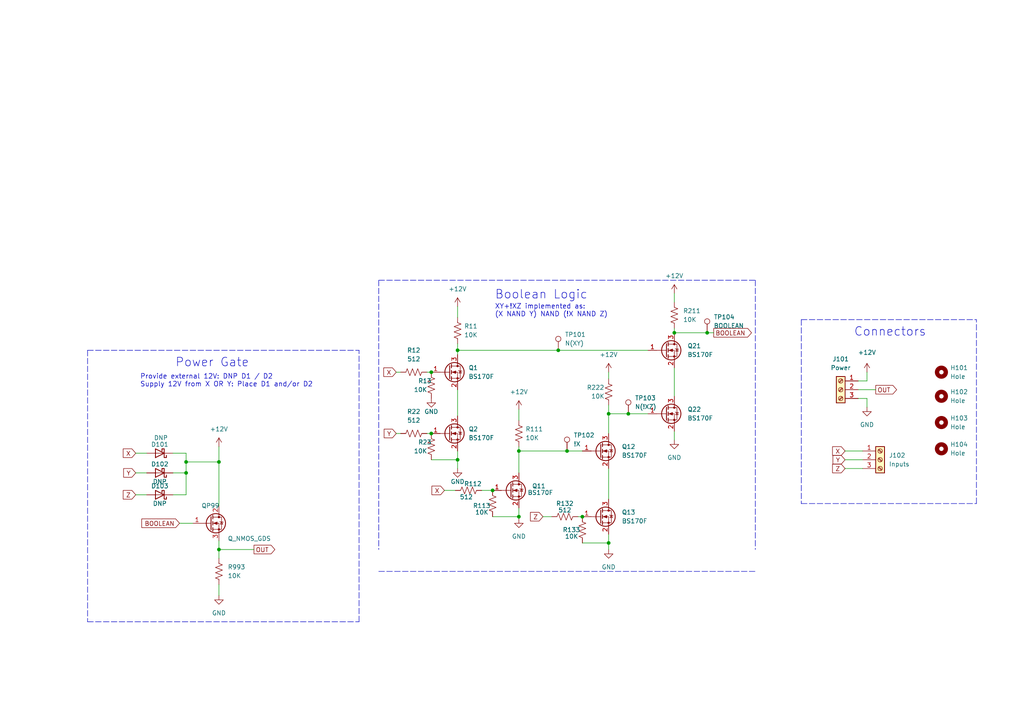
<source format=kicad_sch>
(kicad_sch (version 20211123) (generator eeschema)

  (uuid e63e39d7-6ac0-4ffd-8aa3-1841a4541b55)

  (paper "A4")

  (lib_symbols
    (symbol "Connector:Screw_Terminal_01x03" (pin_names (offset 1.016) hide) (in_bom yes) (on_board yes)
      (property "Reference" "J" (id 0) (at 0 5.08 0)
        (effects (font (size 1.27 1.27)))
      )
      (property "Value" "Screw_Terminal_01x03" (id 1) (at 0 -5.08 0)
        (effects (font (size 1.27 1.27)))
      )
      (property "Footprint" "" (id 2) (at 0 0 0)
        (effects (font (size 1.27 1.27)) hide)
      )
      (property "Datasheet" "~" (id 3) (at 0 0 0)
        (effects (font (size 1.27 1.27)) hide)
      )
      (property "ki_keywords" "screw terminal" (id 4) (at 0 0 0)
        (effects (font (size 1.27 1.27)) hide)
      )
      (property "ki_description" "Generic screw terminal, single row, 01x03, script generated (kicad-library-utils/schlib/autogen/connector/)" (id 5) (at 0 0 0)
        (effects (font (size 1.27 1.27)) hide)
      )
      (property "ki_fp_filters" "TerminalBlock*:*" (id 6) (at 0 0 0)
        (effects (font (size 1.27 1.27)) hide)
      )
      (symbol "Screw_Terminal_01x03_1_1"
        (rectangle (start -1.27 3.81) (end 1.27 -3.81)
          (stroke (width 0.254) (type default) (color 0 0 0 0))
          (fill (type background))
        )
        (circle (center 0 -2.54) (radius 0.635)
          (stroke (width 0.1524) (type default) (color 0 0 0 0))
          (fill (type none))
        )
        (polyline
          (pts
            (xy -0.5334 -2.2098)
            (xy 0.3302 -3.048)
          )
          (stroke (width 0.1524) (type default) (color 0 0 0 0))
          (fill (type none))
        )
        (polyline
          (pts
            (xy -0.5334 0.3302)
            (xy 0.3302 -0.508)
          )
          (stroke (width 0.1524) (type default) (color 0 0 0 0))
          (fill (type none))
        )
        (polyline
          (pts
            (xy -0.5334 2.8702)
            (xy 0.3302 2.032)
          )
          (stroke (width 0.1524) (type default) (color 0 0 0 0))
          (fill (type none))
        )
        (polyline
          (pts
            (xy -0.3556 -2.032)
            (xy 0.508 -2.8702)
          )
          (stroke (width 0.1524) (type default) (color 0 0 0 0))
          (fill (type none))
        )
        (polyline
          (pts
            (xy -0.3556 0.508)
            (xy 0.508 -0.3302)
          )
          (stroke (width 0.1524) (type default) (color 0 0 0 0))
          (fill (type none))
        )
        (polyline
          (pts
            (xy -0.3556 3.048)
            (xy 0.508 2.2098)
          )
          (stroke (width 0.1524) (type default) (color 0 0 0 0))
          (fill (type none))
        )
        (circle (center 0 0) (radius 0.635)
          (stroke (width 0.1524) (type default) (color 0 0 0 0))
          (fill (type none))
        )
        (circle (center 0 2.54) (radius 0.635)
          (stroke (width 0.1524) (type default) (color 0 0 0 0))
          (fill (type none))
        )
        (pin passive line (at -5.08 2.54 0) (length 3.81)
          (name "Pin_1" (effects (font (size 1.27 1.27))))
          (number "1" (effects (font (size 1.27 1.27))))
        )
        (pin passive line (at -5.08 0 0) (length 3.81)
          (name "Pin_2" (effects (font (size 1.27 1.27))))
          (number "2" (effects (font (size 1.27 1.27))))
        )
        (pin passive line (at -5.08 -2.54 0) (length 3.81)
          (name "Pin_3" (effects (font (size 1.27 1.27))))
          (number "3" (effects (font (size 1.27 1.27))))
        )
      )
    )
    (symbol "Connector:TestPoint" (pin_numbers hide) (pin_names (offset 0.762) hide) (in_bom yes) (on_board yes)
      (property "Reference" "TP" (id 0) (at 0 6.858 0)
        (effects (font (size 1.27 1.27)))
      )
      (property "Value" "TestPoint" (id 1) (at 0 5.08 0)
        (effects (font (size 1.27 1.27)))
      )
      (property "Footprint" "" (id 2) (at 5.08 0 0)
        (effects (font (size 1.27 1.27)) hide)
      )
      (property "Datasheet" "~" (id 3) (at 5.08 0 0)
        (effects (font (size 1.27 1.27)) hide)
      )
      (property "ki_keywords" "test point tp" (id 4) (at 0 0 0)
        (effects (font (size 1.27 1.27)) hide)
      )
      (property "ki_description" "test point" (id 5) (at 0 0 0)
        (effects (font (size 1.27 1.27)) hide)
      )
      (property "ki_fp_filters" "Pin* Test*" (id 6) (at 0 0 0)
        (effects (font (size 1.27 1.27)) hide)
      )
      (symbol "TestPoint_0_1"
        (circle (center 0 3.302) (radius 0.762)
          (stroke (width 0) (type default) (color 0 0 0 0))
          (fill (type none))
        )
      )
      (symbol "TestPoint_1_1"
        (pin passive line (at 0 0 90) (length 2.54)
          (name "1" (effects (font (size 1.27 1.27))))
          (number "1" (effects (font (size 1.27 1.27))))
        )
      )
    )
    (symbol "Device:Q_NMOS_GDS" (pin_names (offset 0) hide) (in_bom yes) (on_board yes)
      (property "Reference" "Q" (id 0) (at 5.08 1.27 0)
        (effects (font (size 1.27 1.27)) (justify left))
      )
      (property "Value" "Q_NMOS_GDS" (id 1) (at 5.08 -1.27 0)
        (effects (font (size 1.27 1.27)) (justify left))
      )
      (property "Footprint" "" (id 2) (at 5.08 2.54 0)
        (effects (font (size 1.27 1.27)) hide)
      )
      (property "Datasheet" "~" (id 3) (at 0 0 0)
        (effects (font (size 1.27 1.27)) hide)
      )
      (property "ki_keywords" "transistor NMOS N-MOS N-MOSFET" (id 4) (at 0 0 0)
        (effects (font (size 1.27 1.27)) hide)
      )
      (property "ki_description" "N-MOSFET transistor, gate/drain/source" (id 5) (at 0 0 0)
        (effects (font (size 1.27 1.27)) hide)
      )
      (symbol "Q_NMOS_GDS_0_1"
        (polyline
          (pts
            (xy 0.254 0)
            (xy -2.54 0)
          )
          (stroke (width 0) (type default) (color 0 0 0 0))
          (fill (type none))
        )
        (polyline
          (pts
            (xy 0.254 1.905)
            (xy 0.254 -1.905)
          )
          (stroke (width 0.254) (type default) (color 0 0 0 0))
          (fill (type none))
        )
        (polyline
          (pts
            (xy 0.762 -1.27)
            (xy 0.762 -2.286)
          )
          (stroke (width 0.254) (type default) (color 0 0 0 0))
          (fill (type none))
        )
        (polyline
          (pts
            (xy 0.762 0.508)
            (xy 0.762 -0.508)
          )
          (stroke (width 0.254) (type default) (color 0 0 0 0))
          (fill (type none))
        )
        (polyline
          (pts
            (xy 0.762 2.286)
            (xy 0.762 1.27)
          )
          (stroke (width 0.254) (type default) (color 0 0 0 0))
          (fill (type none))
        )
        (polyline
          (pts
            (xy 2.54 2.54)
            (xy 2.54 1.778)
          )
          (stroke (width 0) (type default) (color 0 0 0 0))
          (fill (type none))
        )
        (polyline
          (pts
            (xy 2.54 -2.54)
            (xy 2.54 0)
            (xy 0.762 0)
          )
          (stroke (width 0) (type default) (color 0 0 0 0))
          (fill (type none))
        )
        (polyline
          (pts
            (xy 0.762 -1.778)
            (xy 3.302 -1.778)
            (xy 3.302 1.778)
            (xy 0.762 1.778)
          )
          (stroke (width 0) (type default) (color 0 0 0 0))
          (fill (type none))
        )
        (polyline
          (pts
            (xy 1.016 0)
            (xy 2.032 0.381)
            (xy 2.032 -0.381)
            (xy 1.016 0)
          )
          (stroke (width 0) (type default) (color 0 0 0 0))
          (fill (type outline))
        )
        (polyline
          (pts
            (xy 2.794 0.508)
            (xy 2.921 0.381)
            (xy 3.683 0.381)
            (xy 3.81 0.254)
          )
          (stroke (width 0) (type default) (color 0 0 0 0))
          (fill (type none))
        )
        (polyline
          (pts
            (xy 3.302 0.381)
            (xy 2.921 -0.254)
            (xy 3.683 -0.254)
            (xy 3.302 0.381)
          )
          (stroke (width 0) (type default) (color 0 0 0 0))
          (fill (type none))
        )
        (circle (center 1.651 0) (radius 2.794)
          (stroke (width 0.254) (type default) (color 0 0 0 0))
          (fill (type none))
        )
        (circle (center 2.54 -1.778) (radius 0.254)
          (stroke (width 0) (type default) (color 0 0 0 0))
          (fill (type outline))
        )
        (circle (center 2.54 1.778) (radius 0.254)
          (stroke (width 0) (type default) (color 0 0 0 0))
          (fill (type outline))
        )
      )
      (symbol "Q_NMOS_GDS_1_1"
        (pin input line (at -5.08 0 0) (length 2.54)
          (name "G" (effects (font (size 1.27 1.27))))
          (number "1" (effects (font (size 1.27 1.27))))
        )
        (pin passive line (at 2.54 5.08 270) (length 2.54)
          (name "D" (effects (font (size 1.27 1.27))))
          (number "2" (effects (font (size 1.27 1.27))))
        )
        (pin passive line (at 2.54 -5.08 90) (length 2.54)
          (name "S" (effects (font (size 1.27 1.27))))
          (number "3" (effects (font (size 1.27 1.27))))
        )
      )
    )
    (symbol "Device:R_US" (pin_numbers hide) (pin_names (offset 0)) (in_bom yes) (on_board yes)
      (property "Reference" "R" (id 0) (at 2.54 0 90)
        (effects (font (size 1.27 1.27)))
      )
      (property "Value" "R_US" (id 1) (at -2.54 0 90)
        (effects (font (size 1.27 1.27)))
      )
      (property "Footprint" "" (id 2) (at 1.016 -0.254 90)
        (effects (font (size 1.27 1.27)) hide)
      )
      (property "Datasheet" "~" (id 3) (at 0 0 0)
        (effects (font (size 1.27 1.27)) hide)
      )
      (property "ki_keywords" "R res resistor" (id 4) (at 0 0 0)
        (effects (font (size 1.27 1.27)) hide)
      )
      (property "ki_description" "Resistor, US symbol" (id 5) (at 0 0 0)
        (effects (font (size 1.27 1.27)) hide)
      )
      (property "ki_fp_filters" "R_*" (id 6) (at 0 0 0)
        (effects (font (size 1.27 1.27)) hide)
      )
      (symbol "R_US_0_1"
        (polyline
          (pts
            (xy 0 -2.286)
            (xy 0 -2.54)
          )
          (stroke (width 0) (type default) (color 0 0 0 0))
          (fill (type none))
        )
        (polyline
          (pts
            (xy 0 2.286)
            (xy 0 2.54)
          )
          (stroke (width 0) (type default) (color 0 0 0 0))
          (fill (type none))
        )
        (polyline
          (pts
            (xy 0 -0.762)
            (xy 1.016 -1.143)
            (xy 0 -1.524)
            (xy -1.016 -1.905)
            (xy 0 -2.286)
          )
          (stroke (width 0) (type default) (color 0 0 0 0))
          (fill (type none))
        )
        (polyline
          (pts
            (xy 0 0.762)
            (xy 1.016 0.381)
            (xy 0 0)
            (xy -1.016 -0.381)
            (xy 0 -0.762)
          )
          (stroke (width 0) (type default) (color 0 0 0 0))
          (fill (type none))
        )
        (polyline
          (pts
            (xy 0 2.286)
            (xy 1.016 1.905)
            (xy 0 1.524)
            (xy -1.016 1.143)
            (xy 0 0.762)
          )
          (stroke (width 0) (type default) (color 0 0 0 0))
          (fill (type none))
        )
      )
      (symbol "R_US_1_1"
        (pin passive line (at 0 3.81 270) (length 1.27)
          (name "~" (effects (font (size 1.27 1.27))))
          (number "1" (effects (font (size 1.27 1.27))))
        )
        (pin passive line (at 0 -3.81 90) (length 1.27)
          (name "~" (effects (font (size 1.27 1.27))))
          (number "2" (effects (font (size 1.27 1.27))))
        )
      )
    )
    (symbol "Diode:BAT46" (pin_numbers hide) (pin_names (offset 1.016) hide) (in_bom yes) (on_board yes)
      (property "Reference" "D" (id 0) (at 0 2.54 0)
        (effects (font (size 1.27 1.27)))
      )
      (property "Value" "BAT46" (id 1) (at 0 -2.54 0)
        (effects (font (size 1.27 1.27)))
      )
      (property "Footprint" "Diode_THT:D_DO-35_SOD27_P7.62mm_Horizontal" (id 2) (at 0 -4.445 0)
        (effects (font (size 1.27 1.27)) hide)
      )
      (property "Datasheet" "http://www.vishay.com/docs/85662/bat46.pdf" (id 3) (at 0 0 0)
        (effects (font (size 1.27 1.27)) hide)
      )
      (property "ki_keywords" "diode Schottky" (id 4) (at 0 0 0)
        (effects (font (size 1.27 1.27)) hide)
      )
      (property "ki_description" "100V 0.15A Small Signal Schottky Diode, DO-35" (id 5) (at 0 0 0)
        (effects (font (size 1.27 1.27)) hide)
      )
      (property "ki_fp_filters" "D*DO?35*" (id 6) (at 0 0 0)
        (effects (font (size 1.27 1.27)) hide)
      )
      (symbol "BAT46_0_1"
        (polyline
          (pts
            (xy 1.27 0)
            (xy -1.27 0)
          )
          (stroke (width 0) (type default) (color 0 0 0 0))
          (fill (type none))
        )
        (polyline
          (pts
            (xy 1.27 1.27)
            (xy 1.27 -1.27)
            (xy -1.27 0)
            (xy 1.27 1.27)
          )
          (stroke (width 0.254) (type default) (color 0 0 0 0))
          (fill (type none))
        )
        (polyline
          (pts
            (xy -1.905 0.635)
            (xy -1.905 1.27)
            (xy -1.27 1.27)
            (xy -1.27 -1.27)
            (xy -0.635 -1.27)
            (xy -0.635 -0.635)
          )
          (stroke (width 0.254) (type default) (color 0 0 0 0))
          (fill (type none))
        )
      )
      (symbol "BAT46_1_1"
        (pin passive line (at -3.81 0 0) (length 2.54)
          (name "K" (effects (font (size 1.27 1.27))))
          (number "1" (effects (font (size 1.27 1.27))))
        )
        (pin passive line (at 3.81 0 180) (length 2.54)
          (name "A" (effects (font (size 1.27 1.27))))
          (number "2" (effects (font (size 1.27 1.27))))
        )
      )
    )
    (symbol "Mechanical:MountingHole" (pin_names (offset 1.016)) (in_bom yes) (on_board yes)
      (property "Reference" "H" (id 0) (at 0 5.08 0)
        (effects (font (size 1.27 1.27)))
      )
      (property "Value" "MountingHole" (id 1) (at 0 3.175 0)
        (effects (font (size 1.27 1.27)))
      )
      (property "Footprint" "" (id 2) (at 0 0 0)
        (effects (font (size 1.27 1.27)) hide)
      )
      (property "Datasheet" "~" (id 3) (at 0 0 0)
        (effects (font (size 1.27 1.27)) hide)
      )
      (property "ki_keywords" "mounting hole" (id 4) (at 0 0 0)
        (effects (font (size 1.27 1.27)) hide)
      )
      (property "ki_description" "Mounting Hole without connection" (id 5) (at 0 0 0)
        (effects (font (size 1.27 1.27)) hide)
      )
      (property "ki_fp_filters" "MountingHole*" (id 6) (at 0 0 0)
        (effects (font (size 1.27 1.27)) hide)
      )
      (symbol "MountingHole_0_1"
        (circle (center 0 0) (radius 1.27)
          (stroke (width 1.27) (type default) (color 0 0 0 0))
          (fill (type none))
        )
      )
    )
    (symbol "Transistor_FET:BS170F" (pin_names hide) (in_bom yes) (on_board yes)
      (property "Reference" "Q" (id 0) (at 5.08 1.905 0)
        (effects (font (size 1.27 1.27)) (justify left))
      )
      (property "Value" "BS170F" (id 1) (at 5.08 0 0)
        (effects (font (size 1.27 1.27)) (justify left))
      )
      (property "Footprint" "Package_TO_SOT_SMD:SOT-23" (id 2) (at 5.08 -1.905 0)
        (effects (font (size 1.27 1.27) italic) (justify left) hide)
      )
      (property "Datasheet" "http://www.diodes.com/assets/Datasheets/BS170F.pdf" (id 3) (at 0 0 0)
        (effects (font (size 1.27 1.27)) (justify left) hide)
      )
      (property "ki_keywords" "N-Channel MOSFET" (id 4) (at 0 0 0)
        (effects (font (size 1.27 1.27)) hide)
      )
      (property "ki_description" "0.15A Id, 60V Vds, N-Channel MOSFET, SOT-23" (id 5) (at 0 0 0)
        (effects (font (size 1.27 1.27)) hide)
      )
      (property "ki_fp_filters" "SOT?23*" (id 6) (at 0 0 0)
        (effects (font (size 1.27 1.27)) hide)
      )
      (symbol "BS170F_0_1"
        (polyline
          (pts
            (xy 0.254 0)
            (xy -2.54 0)
          )
          (stroke (width 0) (type default) (color 0 0 0 0))
          (fill (type none))
        )
        (polyline
          (pts
            (xy 0.254 1.905)
            (xy 0.254 -1.905)
          )
          (stroke (width 0.254) (type default) (color 0 0 0 0))
          (fill (type none))
        )
        (polyline
          (pts
            (xy 0.762 -1.27)
            (xy 0.762 -2.286)
          )
          (stroke (width 0.254) (type default) (color 0 0 0 0))
          (fill (type none))
        )
        (polyline
          (pts
            (xy 0.762 0.508)
            (xy 0.762 -0.508)
          )
          (stroke (width 0.254) (type default) (color 0 0 0 0))
          (fill (type none))
        )
        (polyline
          (pts
            (xy 0.762 2.286)
            (xy 0.762 1.27)
          )
          (stroke (width 0.254) (type default) (color 0 0 0 0))
          (fill (type none))
        )
        (polyline
          (pts
            (xy 2.54 2.54)
            (xy 2.54 1.778)
          )
          (stroke (width 0) (type default) (color 0 0 0 0))
          (fill (type none))
        )
        (polyline
          (pts
            (xy 2.54 -2.54)
            (xy 2.54 0)
            (xy 0.762 0)
          )
          (stroke (width 0) (type default) (color 0 0 0 0))
          (fill (type none))
        )
        (polyline
          (pts
            (xy 0.762 -1.778)
            (xy 3.302 -1.778)
            (xy 3.302 1.778)
            (xy 0.762 1.778)
          )
          (stroke (width 0) (type default) (color 0 0 0 0))
          (fill (type none))
        )
        (polyline
          (pts
            (xy 1.016 0)
            (xy 2.032 0.381)
            (xy 2.032 -0.381)
            (xy 1.016 0)
          )
          (stroke (width 0) (type default) (color 0 0 0 0))
          (fill (type outline))
        )
        (polyline
          (pts
            (xy 2.794 0.508)
            (xy 2.921 0.381)
            (xy 3.683 0.381)
            (xy 3.81 0.254)
          )
          (stroke (width 0) (type default) (color 0 0 0 0))
          (fill (type none))
        )
        (polyline
          (pts
            (xy 3.302 0.381)
            (xy 2.921 -0.254)
            (xy 3.683 -0.254)
            (xy 3.302 0.381)
          )
          (stroke (width 0) (type default) (color 0 0 0 0))
          (fill (type none))
        )
        (circle (center 1.651 0) (radius 2.794)
          (stroke (width 0.254) (type default) (color 0 0 0 0))
          (fill (type none))
        )
        (circle (center 2.54 -1.778) (radius 0.254)
          (stroke (width 0) (type default) (color 0 0 0 0))
          (fill (type outline))
        )
        (circle (center 2.54 1.778) (radius 0.254)
          (stroke (width 0) (type default) (color 0 0 0 0))
          (fill (type outline))
        )
      )
      (symbol "BS170F_1_1"
        (pin input line (at -5.08 0 0) (length 2.54)
          (name "G" (effects (font (size 1.27 1.27))))
          (number "1" (effects (font (size 1.27 1.27))))
        )
        (pin passive line (at 2.54 -5.08 90) (length 2.54)
          (name "S" (effects (font (size 1.27 1.27))))
          (number "2" (effects (font (size 1.27 1.27))))
        )
        (pin passive line (at 2.54 5.08 270) (length 2.54)
          (name "D" (effects (font (size 1.27 1.27))))
          (number "3" (effects (font (size 1.27 1.27))))
        )
      )
    )
    (symbol "power:+12V" (power) (pin_names (offset 0)) (in_bom yes) (on_board yes)
      (property "Reference" "#PWR" (id 0) (at 0 -3.81 0)
        (effects (font (size 1.27 1.27)) hide)
      )
      (property "Value" "+12V" (id 1) (at 0 3.556 0)
        (effects (font (size 1.27 1.27)))
      )
      (property "Footprint" "" (id 2) (at 0 0 0)
        (effects (font (size 1.27 1.27)) hide)
      )
      (property "Datasheet" "" (id 3) (at 0 0 0)
        (effects (font (size 1.27 1.27)) hide)
      )
      (property "ki_keywords" "power-flag" (id 4) (at 0 0 0)
        (effects (font (size 1.27 1.27)) hide)
      )
      (property "ki_description" "Power symbol creates a global label with name \"+12V\"" (id 5) (at 0 0 0)
        (effects (font (size 1.27 1.27)) hide)
      )
      (symbol "+12V_0_1"
        (polyline
          (pts
            (xy -0.762 1.27)
            (xy 0 2.54)
          )
          (stroke (width 0) (type default) (color 0 0 0 0))
          (fill (type none))
        )
        (polyline
          (pts
            (xy 0 0)
            (xy 0 2.54)
          )
          (stroke (width 0) (type default) (color 0 0 0 0))
          (fill (type none))
        )
        (polyline
          (pts
            (xy 0 2.54)
            (xy 0.762 1.27)
          )
          (stroke (width 0) (type default) (color 0 0 0 0))
          (fill (type none))
        )
      )
      (symbol "+12V_1_1"
        (pin power_in line (at 0 0 90) (length 0) hide
          (name "+12V" (effects (font (size 1.27 1.27))))
          (number "1" (effects (font (size 1.27 1.27))))
        )
      )
    )
    (symbol "power:GND" (power) (pin_names (offset 0)) (in_bom yes) (on_board yes)
      (property "Reference" "#PWR" (id 0) (at 0 -6.35 0)
        (effects (font (size 1.27 1.27)) hide)
      )
      (property "Value" "GND" (id 1) (at 0 -3.81 0)
        (effects (font (size 1.27 1.27)))
      )
      (property "Footprint" "" (id 2) (at 0 0 0)
        (effects (font (size 1.27 1.27)) hide)
      )
      (property "Datasheet" "" (id 3) (at 0 0 0)
        (effects (font (size 1.27 1.27)) hide)
      )
      (property "ki_keywords" "power-flag" (id 4) (at 0 0 0)
        (effects (font (size 1.27 1.27)) hide)
      )
      (property "ki_description" "Power symbol creates a global label with name \"GND\" , ground" (id 5) (at 0 0 0)
        (effects (font (size 1.27 1.27)) hide)
      )
      (symbol "GND_0_1"
        (polyline
          (pts
            (xy 0 0)
            (xy 0 -1.27)
            (xy 1.27 -1.27)
            (xy 0 -2.54)
            (xy -1.27 -1.27)
            (xy 0 -1.27)
          )
          (stroke (width 0) (type default) (color 0 0 0 0))
          (fill (type none))
        )
      )
      (symbol "GND_1_1"
        (pin power_in line (at 0 0 270) (length 0) hide
          (name "GND" (effects (font (size 1.27 1.27))))
          (number "1" (effects (font (size 1.27 1.27))))
        )
      )
    )
  )

  (junction (at 63.5 159.385) (diameter 0) (color 0 0 0 0)
    (uuid 1806641c-161f-4d1f-91be-0da7e4d9f055)
  )
  (junction (at 132.715 133.35) (diameter 0) (color 0 0 0 0)
    (uuid 20514691-7a9b-4cbe-8bec-ec3f68a1f041)
  )
  (junction (at 132.715 101.6) (diameter 0) (color 0 0 0 0)
    (uuid 2832b285-ea00-4c7c-b137-bee1222fc5b2)
  )
  (junction (at 150.495 130.81) (diameter 0) (color 0 0 0 0)
    (uuid 2a64e92e-cdf7-4366-a160-92398cab2f0a)
  )
  (junction (at 168.91 149.86) (diameter 0) (color 0 0 0 0)
    (uuid 32f28d04-b476-4a7f-b8a1-a7facdba48ee)
  )
  (junction (at 63.5 133.985) (diameter 0) (color 0 0 0 0)
    (uuid 37df9b31-fa28-4ec3-899e-d17e61e12e44)
  )
  (junction (at 142.875 142.24) (diameter 0) (color 0 0 0 0)
    (uuid 5e4d96ce-3f79-46f2-aeed-570a45649df3)
  )
  (junction (at 205.105 96.52) (diameter 0) (color 0 0 0 0)
    (uuid 8943e1cb-9f11-4b1a-bc18-ca8e109ca2e5)
  )
  (junction (at 150.495 149.86) (diameter 0) (color 0 0 0 0)
    (uuid 8ab553b7-4763-4dd3-a825-67ce0ca1cff6)
  )
  (junction (at 125.095 125.73) (diameter 0) (color 0 0 0 0)
    (uuid 9e15a114-d2d1-4afa-ab0c-f916dbae8503)
  )
  (junction (at 176.53 120.015) (diameter 0) (color 0 0 0 0)
    (uuid a7f07982-1cea-4bad-ae1e-6f1a4c55272a)
  )
  (junction (at 195.58 96.52) (diameter 0) (color 0 0 0 0)
    (uuid b3c8a740-11c6-4173-b4cf-ff12035fb6e5)
  )
  (junction (at 182.245 120.015) (diameter 0) (color 0 0 0 0)
    (uuid c461437b-9b2b-4101-9b8a-13909504a8a3)
  )
  (junction (at 161.925 101.6) (diameter 0) (color 0 0 0 0)
    (uuid d049f244-6cc0-482f-8fcc-57599d40e0a8)
  )
  (junction (at 53.975 137.16) (diameter 0) (color 0 0 0 0)
    (uuid dcf242d6-6184-4e49-8cca-f1f88fa38eea)
  )
  (junction (at 164.465 130.81) (diameter 0) (color 0 0 0 0)
    (uuid df38f969-6ece-43df-9a2c-291f66b056b9)
  )
  (junction (at 125.095 107.95) (diameter 0) (color 0 0 0 0)
    (uuid e58b04af-d92d-45d8-bab7-0490c95c0309)
  )
  (junction (at 176.53 157.48) (diameter 0) (color 0 0 0 0)
    (uuid fdd47f09-8388-436c-8aac-3c94c1fc5e8c)
  )
  (junction (at 53.975 133.985) (diameter 0) (color 0 0 0 0)
    (uuid fe3bff18-2e6b-4807-b091-3d62acea2730)
  )

  (wire (pts (xy 176.53 107.95) (xy 176.53 109.855))
    (stroke (width 0) (type default) (color 0 0 0 0))
    (uuid 04c73258-6385-48da-93e3-08f56857510e)
  )
  (wire (pts (xy 251.46 118.11) (xy 251.46 115.57))
    (stroke (width 0) (type default) (color 0 0 0 0))
    (uuid 06678595-0db3-455e-8c8c-57f5cb66ae2f)
  )
  (polyline (pts (xy 232.41 92.71) (xy 232.41 146.05))
    (stroke (width 0) (type default) (color 0 0 0 0))
    (uuid 083a3dab-abdd-4edb-8fc8-33fa166d42b8)
  )

  (wire (pts (xy 251.46 107.95) (xy 251.46 110.49))
    (stroke (width 0) (type default) (color 0 0 0 0))
    (uuid 0a6378bb-7f09-4621-ba76-d5f59f0e4284)
  )
  (wire (pts (xy 245.11 130.81) (xy 250.19 130.81))
    (stroke (width 0) (type default) (color 0 0 0 0))
    (uuid 0bff6f00-a225-4786-9817-35ea76bbdcc2)
  )
  (wire (pts (xy 195.58 106.68) (xy 195.58 114.935))
    (stroke (width 0) (type default) (color 0 0 0 0))
    (uuid 0c6d4b0b-7484-49e0-9076-98824cf6fbf4)
  )
  (wire (pts (xy 132.715 88.9) (xy 132.715 92.075))
    (stroke (width 0) (type default) (color 0 0 0 0))
    (uuid 0d26b996-abf5-4ddf-a528-872a70994972)
  )
  (wire (pts (xy 176.53 135.89) (xy 176.53 144.78))
    (stroke (width 0) (type default) (color 0 0 0 0))
    (uuid 0f424c52-9854-4aac-b070-2ada5781786b)
  )
  (polyline (pts (xy 232.41 146.05) (xy 283.21 146.05))
    (stroke (width 0) (type default) (color 0 0 0 0))
    (uuid 0ff9e21f-eff4-4103-8bde-3fda2f1bf2f3)
  )

  (wire (pts (xy 139.7 142.24) (xy 142.875 142.24))
    (stroke (width 0) (type default) (color 0 0 0 0))
    (uuid 111a0f78-b87e-4da9-916e-76da1ed2e458)
  )
  (polyline (pts (xy 25.4 101.6) (xy 104.14 101.6))
    (stroke (width 0) (type default) (color 0 0 0 0))
    (uuid 19b9cd28-e4fd-4288-ab47-d1f6d1335944)
  )

  (wire (pts (xy 53.975 133.985) (xy 53.975 131.445))
    (stroke (width 0) (type default) (color 0 0 0 0))
    (uuid 1eb69e75-d79a-429f-9af7-05b8d506226b)
  )
  (wire (pts (xy 150.495 147.32) (xy 150.495 149.86))
    (stroke (width 0) (type default) (color 0 0 0 0))
    (uuid 204dcaff-a310-4087-acda-fc504175be5c)
  )
  (wire (pts (xy 123.825 107.95) (xy 125.095 107.95))
    (stroke (width 0) (type default) (color 0 0 0 0))
    (uuid 25338062-1584-479f-a993-f2caec929288)
  )
  (wire (pts (xy 39.37 143.51) (xy 42.545 143.51))
    (stroke (width 0) (type default) (color 0 0 0 0))
    (uuid 2b5b790c-93ec-4965-97b0-79b12a5268eb)
  )
  (wire (pts (xy 157.48 149.86) (xy 160.02 149.86))
    (stroke (width 0) (type default) (color 0 0 0 0))
    (uuid 385dfe02-4739-464f-9df9-2d86b779be2e)
  )
  (wire (pts (xy 63.5 169.545) (xy 63.5 172.72))
    (stroke (width 0) (type default) (color 0 0 0 0))
    (uuid 3c46b264-0263-4c8b-a472-b7b6646e2199)
  )
  (polyline (pts (xy 219.075 81.28) (xy 219.075 159.385))
    (stroke (width 0) (type default) (color 0 0 0 0))
    (uuid 3cb438fc-1069-46b2-ae08-17afbc6ec818)
  )

  (wire (pts (xy 63.5 129.54) (xy 63.5 133.985))
    (stroke (width 0) (type default) (color 0 0 0 0))
    (uuid 3e99049f-eb58-4a76-9142-4f06cadd82df)
  )
  (wire (pts (xy 39.37 137.16) (xy 42.545 137.16))
    (stroke (width 0) (type default) (color 0 0 0 0))
    (uuid 445c90fd-bc6b-4d94-93e4-8cd911c95a8f)
  )
  (wire (pts (xy 245.11 135.89) (xy 250.19 135.89))
    (stroke (width 0) (type default) (color 0 0 0 0))
    (uuid 468acf73-1be2-4694-9a63-befbacc5eaa5)
  )
  (wire (pts (xy 205.105 96.52) (xy 207.01 96.52))
    (stroke (width 0) (type default) (color 0 0 0 0))
    (uuid 4b3659ac-ba5e-4e39-aa67-d4ef14a929f0)
  )
  (polyline (pts (xy 109.855 165.735) (xy 219.075 165.735))
    (stroke (width 0) (type default) (color 0 0 0 0))
    (uuid 56e9f5f0-0ba6-40d4-b394-251c59538a07)
  )

  (wire (pts (xy 125.095 133.35) (xy 132.715 133.35))
    (stroke (width 0) (type default) (color 0 0 0 0))
    (uuid 5b4a0958-4431-48ba-8cba-216fe96b76a1)
  )
  (wire (pts (xy 63.5 133.985) (xy 63.5 146.685))
    (stroke (width 0) (type default) (color 0 0 0 0))
    (uuid 5bf63a8d-b926-40f6-b3bc-334e84ef66e6)
  )
  (wire (pts (xy 251.46 110.49) (xy 248.92 110.49))
    (stroke (width 0) (type default) (color 0 0 0 0))
    (uuid 5ee03895-500a-424f-a103-49441bf6762b)
  )
  (wire (pts (xy 63.5 159.385) (xy 63.5 161.925))
    (stroke (width 0) (type default) (color 0 0 0 0))
    (uuid 5ffd1387-da3b-4f62-9075-080af6402c2b)
  )
  (wire (pts (xy 53.975 131.445) (xy 50.165 131.445))
    (stroke (width 0) (type default) (color 0 0 0 0))
    (uuid 60df2639-0dfa-44c0-8c94-dc7f26ccead8)
  )
  (wire (pts (xy 132.715 101.6) (xy 161.925 101.6))
    (stroke (width 0) (type default) (color 0 0 0 0))
    (uuid 64e5193d-486f-48ba-8590-c0fdbe63d382)
  )
  (wire (pts (xy 150.495 149.86) (xy 150.495 150.495))
    (stroke (width 0) (type default) (color 0 0 0 0))
    (uuid 651fa084-9ad9-4a74-a5ae-11bfbf98411b)
  )
  (wire (pts (xy 195.58 85.09) (xy 195.58 87.63))
    (stroke (width 0) (type default) (color 0 0 0 0))
    (uuid 6634be19-5f87-4250-b8c4-2249794498a8)
  )
  (wire (pts (xy 53.975 137.16) (xy 53.975 133.985))
    (stroke (width 0) (type default) (color 0 0 0 0))
    (uuid 6862955e-5f73-4c79-aff7-657a1087d8b8)
  )
  (wire (pts (xy 142.875 149.86) (xy 150.495 149.86))
    (stroke (width 0) (type default) (color 0 0 0 0))
    (uuid 6880a5ca-832d-4f83-a325-e006d186eba1)
  )
  (wire (pts (xy 52.07 151.765) (xy 55.88 151.765))
    (stroke (width 0) (type default) (color 0 0 0 0))
    (uuid 6a0268e6-c2af-4e66-a852-a4ce52b0b0d7)
  )
  (wire (pts (xy 150.495 130.81) (xy 164.465 130.81))
    (stroke (width 0) (type default) (color 0 0 0 0))
    (uuid 6a086d33-a0a1-4480-a1c6-02bad536f736)
  )
  (wire (pts (xy 164.465 130.81) (xy 168.91 130.81))
    (stroke (width 0) (type default) (color 0 0 0 0))
    (uuid 6ad6e429-a703-40d7-acc2-1612608ed819)
  )
  (wire (pts (xy 132.715 99.695) (xy 132.715 101.6))
    (stroke (width 0) (type default) (color 0 0 0 0))
    (uuid 7294720e-84fa-44e2-8e91-1fa25a9bb61d)
  )
  (polyline (pts (xy 109.855 81.28) (xy 219.075 81.28))
    (stroke (width 0) (type default) (color 0 0 0 0))
    (uuid 7987b7bf-9090-46f7-b0cb-9d5a649ca3f6)
  )

  (wire (pts (xy 132.715 101.6) (xy 132.715 102.87))
    (stroke (width 0) (type default) (color 0 0 0 0))
    (uuid 7c293916-b770-4f34-be80-66e682c79ec2)
  )
  (wire (pts (xy 150.495 129.54) (xy 150.495 130.81))
    (stroke (width 0) (type default) (color 0 0 0 0))
    (uuid 7ef0c5c1-ed67-4752-8c5b-8b462d0b9599)
  )
  (wire (pts (xy 176.53 120.015) (xy 176.53 125.73))
    (stroke (width 0) (type default) (color 0 0 0 0))
    (uuid 8107c68b-973c-476c-b1c2-a9c37a7f3d55)
  )
  (wire (pts (xy 150.495 118.745) (xy 150.495 121.92))
    (stroke (width 0) (type default) (color 0 0 0 0))
    (uuid 89412d49-8988-4f0a-866c-d46adb2d7fc1)
  )
  (wire (pts (xy 161.925 101.6) (xy 187.96 101.6))
    (stroke (width 0) (type default) (color 0 0 0 0))
    (uuid 99ddf6b8-2242-4428-9f14-4e4bbee7dbf2)
  )
  (wire (pts (xy 50.165 137.16) (xy 53.975 137.16))
    (stroke (width 0) (type default) (color 0 0 0 0))
    (uuid 9b7dcc37-3c7e-4498-97ad-b704b9336b71)
  )
  (wire (pts (xy 251.46 115.57) (xy 248.92 115.57))
    (stroke (width 0) (type default) (color 0 0 0 0))
    (uuid 9bb83f96-4a60-4bdd-9bef-ad035df22e70)
  )
  (polyline (pts (xy 25.4 180.34) (xy 104.14 180.34))
    (stroke (width 0) (type default) (color 0 0 0 0))
    (uuid a178e40d-3b6c-4967-954a-5908aca90f2d)
  )

  (wire (pts (xy 245.11 133.35) (xy 250.19 133.35))
    (stroke (width 0) (type default) (color 0 0 0 0))
    (uuid a394ada3-807d-4a3d-9425-1913a60cbdea)
  )
  (wire (pts (xy 114.935 125.73) (xy 116.205 125.73))
    (stroke (width 0) (type default) (color 0 0 0 0))
    (uuid a448944c-68d1-4d8d-a6ec-6c089fec314a)
  )
  (wire (pts (xy 63.5 156.845) (xy 63.5 159.385))
    (stroke (width 0) (type default) (color 0 0 0 0))
    (uuid a7f3df5d-3227-43ed-a228-815f9f356f16)
  )
  (polyline (pts (xy 109.855 81.28) (xy 109.855 159.385))
    (stroke (width 0) (type default) (color 0 0 0 0))
    (uuid ad34ea67-b539-47d7-a1ab-385dccd9c1ec)
  )

  (wire (pts (xy 176.53 117.475) (xy 176.53 120.015))
    (stroke (width 0) (type default) (color 0 0 0 0))
    (uuid ad541397-8409-4eb4-ad9b-1817e6685137)
  )
  (wire (pts (xy 53.975 143.51) (xy 53.975 137.16))
    (stroke (width 0) (type default) (color 0 0 0 0))
    (uuid adc271c3-d823-46d7-82b4-f22d0d4a79a8)
  )
  (wire (pts (xy 176.53 154.94) (xy 176.53 157.48))
    (stroke (width 0) (type default) (color 0 0 0 0))
    (uuid ae2596ad-b56f-4d34-85eb-a9ef92ce1d4a)
  )
  (wire (pts (xy 167.64 149.86) (xy 168.91 149.86))
    (stroke (width 0) (type default) (color 0 0 0 0))
    (uuid afd024ec-8e25-4f9f-bbed-f7a1957811b1)
  )
  (polyline (pts (xy 232.41 92.71) (xy 283.21 92.71))
    (stroke (width 0) (type default) (color 0 0 0 0))
    (uuid b06f3fff-0e56-43b7-a1da-09cba682fbac)
  )

  (wire (pts (xy 114.935 107.95) (xy 116.205 107.95))
    (stroke (width 0) (type default) (color 0 0 0 0))
    (uuid bad8d615-9360-4607-80c0-4f2ba170dbe9)
  )
  (wire (pts (xy 182.245 120.015) (xy 187.96 120.015))
    (stroke (width 0) (type default) (color 0 0 0 0))
    (uuid bcb87449-7dac-4abe-b4fe-5a5db3fdc411)
  )
  (wire (pts (xy 150.495 130.81) (xy 150.495 137.16))
    (stroke (width 0) (type default) (color 0 0 0 0))
    (uuid bf81f6e2-ffb3-4e72-80b1-c468caaf1da9)
  )
  (wire (pts (xy 73.66 159.385) (xy 63.5 159.385))
    (stroke (width 0) (type default) (color 0 0 0 0))
    (uuid c0bbf282-3ee9-4505-8c69-c96542a26aae)
  )
  (wire (pts (xy 53.975 133.985) (xy 63.5 133.985))
    (stroke (width 0) (type default) (color 0 0 0 0))
    (uuid c919bed2-182a-4bfc-957f-d30b3a964f20)
  )
  (wire (pts (xy 248.92 113.03) (xy 254 113.03))
    (stroke (width 0) (type default) (color 0 0 0 0))
    (uuid cb27b427-1898-4ff2-83a1-3c17674aa167)
  )
  (wire (pts (xy 195.58 125.095) (xy 195.58 127.635))
    (stroke (width 0) (type default) (color 0 0 0 0))
    (uuid cb561a0f-b51e-4448-9fc6-c21fe73e8541)
  )
  (wire (pts (xy 123.825 125.73) (xy 125.095 125.73))
    (stroke (width 0) (type default) (color 0 0 0 0))
    (uuid cfe30196-8d05-47ef-95db-c2b2512fac2e)
  )
  (wire (pts (xy 168.91 157.48) (xy 176.53 157.48))
    (stroke (width 0) (type default) (color 0 0 0 0))
    (uuid d25ade3f-7388-4b78-a34a-63865933f1d1)
  )
  (polyline (pts (xy 25.4 101.6) (xy 25.4 180.34))
    (stroke (width 0) (type default) (color 0 0 0 0))
    (uuid d297d4f5-3dc1-4097-acd6-2c9c3a307873)
  )

  (wire (pts (xy 128.905 142.24) (xy 132.08 142.24))
    (stroke (width 0) (type default) (color 0 0 0 0))
    (uuid d394a4e1-5891-4d2b-9e1f-e95b3e4452e8)
  )
  (wire (pts (xy 195.58 95.25) (xy 195.58 96.52))
    (stroke (width 0) (type default) (color 0 0 0 0))
    (uuid da3433fb-037c-4c39-93d6-0a1e6808b9b1)
  )
  (wire (pts (xy 132.715 130.81) (xy 132.715 133.35))
    (stroke (width 0) (type default) (color 0 0 0 0))
    (uuid dd42e896-85fe-4cfc-aa09-2b25a52dfecb)
  )
  (wire (pts (xy 195.58 96.52) (xy 205.105 96.52))
    (stroke (width 0) (type default) (color 0 0 0 0))
    (uuid e093053b-e41f-4bc5-b6fc-97df92e1029f)
  )
  (wire (pts (xy 50.165 143.51) (xy 53.975 143.51))
    (stroke (width 0) (type default) (color 0 0 0 0))
    (uuid e0a63ede-b3a2-46f4-bc08-a0512f037762)
  )
  (polyline (pts (xy 104.14 180.34) (xy 104.14 101.6))
    (stroke (width 0) (type default) (color 0 0 0 0))
    (uuid e264817d-c475-448e-843c-2dc2a394488a)
  )
  (polyline (pts (xy 283.21 146.05) (xy 283.21 92.71))
    (stroke (width 0) (type default) (color 0 0 0 0))
    (uuid ea34959e-9f7b-445b-8290-21deefeae13f)
  )

  (wire (pts (xy 39.37 131.445) (xy 42.545 131.445))
    (stroke (width 0) (type default) (color 0 0 0 0))
    (uuid ecb514ad-f420-48d7-9cc1-7be921e33d5f)
  )
  (wire (pts (xy 132.715 113.03) (xy 132.715 120.65))
    (stroke (width 0) (type default) (color 0 0 0 0))
    (uuid f461e4c0-1b1d-44a2-a15c-6021832cd70a)
  )
  (wire (pts (xy 176.53 120.015) (xy 182.245 120.015))
    (stroke (width 0) (type default) (color 0 0 0 0))
    (uuid fab70693-fb0f-49e5-ac27-e4b31ba9427a)
  )
  (wire (pts (xy 132.715 133.35) (xy 132.715 135.89))
    (stroke (width 0) (type default) (color 0 0 0 0))
    (uuid fb4be6bd-2c1f-4895-b2f4-a23ed4d8e929)
  )
  (wire (pts (xy 176.53 157.48) (xy 176.53 159.385))
    (stroke (width 0) (type default) (color 0 0 0 0))
    (uuid ff172e39-e7d9-4768-b3ee-32c23b3cc4f4)
  )

  (text "Power Gate" (at 50.8 106.68 0)
    (effects (font (size 2.5 2.5)) (justify left bottom))
    (uuid 48a10685-83d7-435e-8f05-bb48633d3950)
  )
  (text "XY+!XZ implemented as:\n(X NAND Y) NAND (!X NAND Z)"
    (at 143.51 92.075 0)
    (effects (font (size 1.4 1.4)) (justify left bottom))
    (uuid 5765aee5-e7a1-4cb4-aff7-89edae8f3dae)
  )
  (text "Connectors" (at 247.65 97.79 0)
    (effects (font (size 2.5 2.5)) (justify left bottom))
    (uuid 7c159f53-f013-4671-b49c-370d2256d9df)
  )
  (text "Boolean Logic" (at 143.51 86.995 0)
    (effects (font (size 2.5 2.5)) (justify left bottom))
    (uuid 9d3e70a4-2141-40bf-9aae-12db332dc1c1)
  )
  (text "Provide external 12V: DNP D1 / D2\nSupply 12V from X OR Y: Place D1 and/or D2"
    (at 40.64 112.395 0)
    (effects (font (size 1.4 1.4)) (justify left bottom))
    (uuid cb7ffc1b-3cb2-426f-b831-07a26095b29e)
  )

  (global_label "OUT" (shape output) (at 73.66 159.385 0) (fields_autoplaced)
    (effects (font (size 1.27 1.27)) (justify left))
    (uuid 2dc31562-1c3b-4dd8-a8e0-99e4064fc410)
    (property "Intersheet References" "${INTERSHEET_REFS}" (id 0) (at 79.7017 159.3056 0)
      (effects (font (size 1.27 1.27)) (justify left) hide)
    )
  )
  (global_label "Z" (shape input) (at 39.37 143.51 180) (fields_autoplaced)
    (effects (font (size 1.27 1.27)) (justify right))
    (uuid 2f4da188-fdf3-4f17-b386-4e0f40380bd4)
    (property "Intersheet References" "${INTERSHEET_REFS}" (id 0) (at 35.7474 143.4306 0)
      (effects (font (size 1.27 1.27)) (justify right) hide)
    )
  )
  (global_label "X" (shape input) (at 128.905 142.24 180) (fields_autoplaced)
    (effects (font (size 1.27 1.27)) (justify right))
    (uuid 412c6c91-9886-46cd-8959-65afb6ea5232)
    (property "Intersheet References" "${INTERSHEET_REFS}" (id 0) (at 125.2824 142.1606 0)
      (effects (font (size 1.27 1.27)) (justify right) hide)
    )
  )
  (global_label "BOOLEAN" (shape input) (at 52.07 151.765 180) (fields_autoplaced)
    (effects (font (size 1.27 1.27)) (justify right))
    (uuid 52b8c382-e38e-4898-9fb4-9d3f624b54c7)
    (property "Intersheet References" "${INTERSHEET_REFS}" (id 0) (at 41.1298 151.6856 0)
      (effects (font (size 1.27 1.27)) (justify right) hide)
    )
  )
  (global_label "Y" (shape input) (at 39.37 137.16 180) (fields_autoplaced)
    (effects (font (size 1.27 1.27)) (justify right))
    (uuid 54d41b06-3807-4c8b-8db1-7272dc1cbca8)
    (property "Intersheet References" "${INTERSHEET_REFS}" (id 0) (at 35.8683 137.2394 0)
      (effects (font (size 1.27 1.27)) (justify right) hide)
    )
  )
  (global_label "Y" (shape input) (at 114.935 125.73 180) (fields_autoplaced)
    (effects (font (size 1.27 1.27)) (justify right))
    (uuid 55dbb0b0-0183-481a-8248-bc0d0cbe4961)
    (property "Intersheet References" "${INTERSHEET_REFS}" (id 0) (at 111.4333 125.8094 0)
      (effects (font (size 1.27 1.27)) (justify right) hide)
    )
  )
  (global_label "BOOLEAN" (shape output) (at 207.01 96.52 0) (fields_autoplaced)
    (effects (font (size 1.27 1.27)) (justify left))
    (uuid 83ae4e85-b3f5-4a5b-9d5d-298cad59faca)
    (property "Intersheet References" "${INTERSHEET_REFS}" (id 0) (at 217.9502 96.4406 0)
      (effects (font (size 1.27 1.27)) (justify left) hide)
    )
  )
  (global_label "X" (shape input) (at 39.37 131.445 180) (fields_autoplaced)
    (effects (font (size 1.27 1.27)) (justify right))
    (uuid 93fe6e52-2736-4706-a9c2-bc6359e96ac2)
    (property "Intersheet References" "${INTERSHEET_REFS}" (id 0) (at 35.7474 131.3656 0)
      (effects (font (size 1.27 1.27)) (justify right) hide)
    )
  )
  (global_label "Y" (shape input) (at 245.11 133.35 180) (fields_autoplaced)
    (effects (font (size 1.27 1.27)) (justify right))
    (uuid 979bd817-e327-4a65-8c0a-b04968da9f91)
    (property "Intersheet References" "${INTERSHEET_REFS}" (id 0) (at 241.6083 133.2706 0)
      (effects (font (size 1.27 1.27)) (justify right) hide)
    )
  )
  (global_label "Z" (shape input) (at 245.11 135.89 180) (fields_autoplaced)
    (effects (font (size 1.27 1.27)) (justify right))
    (uuid 9fe4eb48-4859-48fe-9a5f-80efc95f641e)
    (property "Intersheet References" "${INTERSHEET_REFS}" (id 0) (at 241.4874 135.8106 0)
      (effects (font (size 1.27 1.27)) (justify right) hide)
    )
  )
  (global_label "X" (shape input) (at 245.11 130.81 180) (fields_autoplaced)
    (effects (font (size 1.27 1.27)) (justify right))
    (uuid af5c9b4f-5201-45a2-be3e-5d787441a9f8)
    (property "Intersheet References" "${INTERSHEET_REFS}" (id 0) (at 241.4874 130.7306 0)
      (effects (font (size 1.27 1.27)) (justify right) hide)
    )
  )
  (global_label "OUT" (shape output) (at 254 113.03 0) (fields_autoplaced)
    (effects (font (size 1.27 1.27)) (justify left))
    (uuid c674240c-f851-452e-9ae7-6555e78fc57e)
    (property "Intersheet References" "${INTERSHEET_REFS}" (id 0) (at 260.0417 112.9506 0)
      (effects (font (size 1.27 1.27)) (justify left) hide)
    )
  )
  (global_label "Z" (shape input) (at 157.48 149.86 180) (fields_autoplaced)
    (effects (font (size 1.27 1.27)) (justify right))
    (uuid e4bbb79f-2210-4ae7-87e5-a467c37d0d5a)
    (property "Intersheet References" "${INTERSHEET_REFS}" (id 0) (at 153.8574 149.7806 0)
      (effects (font (size 1.27 1.27)) (justify right) hide)
    )
  )
  (global_label "X" (shape input) (at 114.935 107.95 180) (fields_autoplaced)
    (effects (font (size 1.27 1.27)) (justify right))
    (uuid f1d82565-2f45-4436-9c4d-3203604bc842)
    (property "Intersheet References" "${INTERSHEET_REFS}" (id 0) (at 111.3124 107.8706 0)
      (effects (font (size 1.27 1.27)) (justify right) hide)
    )
  )

  (symbol (lib_id "power:GND") (at 63.5 172.72 0) (unit 1)
    (in_bom yes) (on_board yes) (fields_autoplaced)
    (uuid 05234521-0cf0-4bcb-a5b5-eb267ae3c663)
    (property "Reference" "#PWR0102" (id 0) (at 63.5 179.07 0)
      (effects (font (size 1.27 1.27)) hide)
    )
    (property "Value" "GND" (id 1) (at 63.5 177.8 0))
    (property "Footprint" "" (id 2) (at 63.5 172.72 0)
      (effects (font (size 1.27 1.27)) hide)
    )
    (property "Datasheet" "" (id 3) (at 63.5 172.72 0)
      (effects (font (size 1.27 1.27)) hide)
    )
    (pin "1" (uuid c7a710e2-60e5-4567-8185-98e42c26ffa6))
  )

  (symbol (lib_id "Device:R_US") (at 125.095 129.54 0) (unit 1)
    (in_bom yes) (on_board yes)
    (uuid 0742f4de-bcd6-4982-93fd-930d4397423e)
    (property "Reference" "R23" (id 0) (at 121.285 128.27 0)
      (effects (font (size 1.27 1.27)) (justify left))
    )
    (property "Value" "10K" (id 1) (at 120.015 130.81 0)
      (effects (font (size 1.27 1.27)) (justify left))
    )
    (property "Footprint" "Resistor_SMD:R_0603_1608Metric" (id 2) (at 126.111 129.794 90)
      (effects (font (size 1.27 1.27)) hide)
    )
    (property "Datasheet" "~" (id 3) (at 125.095 129.54 0)
      (effects (font (size 1.27 1.27)) hide)
    )
    (pin "1" (uuid afa5d055-1e75-432f-9862-31f68972aac8))
    (pin "2" (uuid 98b26d3a-a9e5-41cd-9a09-9bc93ea8d42f))
  )

  (symbol (lib_id "Device:R_US") (at 150.495 125.73 0) (unit 1)
    (in_bom yes) (on_board yes) (fields_autoplaced)
    (uuid 0ba4cdad-4e4c-4a66-a720-4a84e6dd729f)
    (property "Reference" "R111" (id 0) (at 152.4 124.4599 0)
      (effects (font (size 1.27 1.27)) (justify left))
    )
    (property "Value" "10K" (id 1) (at 152.4 126.9999 0)
      (effects (font (size 1.27 1.27)) (justify left))
    )
    (property "Footprint" "Resistor_SMD:R_0603_1608Metric" (id 2) (at 151.511 125.984 90)
      (effects (font (size 1.27 1.27)) hide)
    )
    (property "Datasheet" "~" (id 3) (at 150.495 125.73 0)
      (effects (font (size 1.27 1.27)) hide)
    )
    (pin "1" (uuid 8ab063d1-5d75-42f5-97f5-56a9879a31eb))
    (pin "2" (uuid a658a328-79b9-4499-957b-81b6c31fd631))
  )

  (symbol (lib_id "power:GND") (at 195.58 127.635 0) (unit 1)
    (in_bom yes) (on_board yes) (fields_autoplaced)
    (uuid 0bef4d01-3c14-4722-8f63-72a1d336e78a)
    (property "Reference" "#PWR0110" (id 0) (at 195.58 133.985 0)
      (effects (font (size 1.27 1.27)) hide)
    )
    (property "Value" "GND" (id 1) (at 195.58 132.715 0))
    (property "Footprint" "" (id 2) (at 195.58 127.635 0)
      (effects (font (size 1.27 1.27)) hide)
    )
    (property "Datasheet" "" (id 3) (at 195.58 127.635 0)
      (effects (font (size 1.27 1.27)) hide)
    )
    (pin "1" (uuid c0560414-cab7-4c1a-a386-069fdef15cb0))
  )

  (symbol (lib_id "power:GND") (at 132.715 135.89 0) (unit 1)
    (in_bom yes) (on_board yes)
    (uuid 0ed551b7-7bc0-4b57-9e41-9c2b1a14bb0b)
    (property "Reference" "#PWR0104" (id 0) (at 132.715 142.24 0)
      (effects (font (size 1.27 1.27)) hide)
    )
    (property "Value" "GND" (id 1) (at 132.715 139.7 0))
    (property "Footprint" "" (id 2) (at 132.715 135.89 0)
      (effects (font (size 1.27 1.27)) hide)
    )
    (property "Datasheet" "" (id 3) (at 132.715 135.89 0)
      (effects (font (size 1.27 1.27)) hide)
    )
    (pin "1" (uuid 883cbf60-f784-4c76-a434-c00c65e5f7b6))
  )

  (symbol (lib_id "Connector:Screw_Terminal_01x03") (at 243.84 113.03 0) (mirror y) (unit 1)
    (in_bom yes) (on_board yes) (fields_autoplaced)
    (uuid 12fc63c3-f8a6-4fe1-9f17-a871fac486ac)
    (property "Reference" "J101" (id 0) (at 243.84 104.14 0))
    (property "Value" "Power" (id 1) (at 243.84 106.68 0))
    (property "Footprint" "TerminalBlock:TerminalBlock_Altech_AK300-3_P5.00mm" (id 2) (at 243.84 113.03 0)
      (effects (font (size 1.27 1.27)) hide)
    )
    (property "Datasheet" "~" (id 3) (at 243.84 113.03 0)
      (effects (font (size 1.27 1.27)) hide)
    )
    (pin "1" (uuid f06f352d-1794-4629-9632-ed0134080989))
    (pin "2" (uuid 89854988-824f-40f1-8994-65aad68e69ee))
    (pin "3" (uuid aab4a878-bfc0-4b1a-bedc-19516c72d04d))
  )

  (symbol (lib_id "Transistor_FET:BS170F") (at 173.99 149.86 0) (unit 1)
    (in_bom yes) (on_board yes) (fields_autoplaced)
    (uuid 193d007f-8099-4c51-b9f0-e58141240683)
    (property "Reference" "Q13" (id 0) (at 180.34 148.5899 0)
      (effects (font (size 1.27 1.27)) (justify left))
    )
    (property "Value" "BS170F" (id 1) (at 180.34 151.1299 0)
      (effects (font (size 1.27 1.27)) (justify left))
    )
    (property "Footprint" "Package_TO_SOT_SMD:SOT-23" (id 2) (at 179.07 151.765 0)
      (effects (font (size 1.27 1.27) italic) (justify left) hide)
    )
    (property "Datasheet" "http://www.diodes.com/assets/Datasheets/BS170F.pdf" (id 3) (at 173.99 149.86 0)
      (effects (font (size 1.27 1.27)) (justify left) hide)
    )
    (pin "1" (uuid 7b689663-d4e3-40ba-9abb-cfd73a59d416))
    (pin "2" (uuid e302535d-6503-4dfd-b65e-6c8293a3f335))
    (pin "3" (uuid 496facad-c51d-4258-aa3e-af4dd0955a5f))
  )

  (symbol (lib_id "Transistor_FET:BS170F") (at 193.04 101.6 0) (unit 1)
    (in_bom yes) (on_board yes) (fields_autoplaced)
    (uuid 2264af68-36e3-49bd-af89-39a8b85c4e6f)
    (property "Reference" "Q21" (id 0) (at 199.39 100.3299 0)
      (effects (font (size 1.27 1.27)) (justify left))
    )
    (property "Value" "BS170F" (id 1) (at 199.39 102.8699 0)
      (effects (font (size 1.27 1.27)) (justify left))
    )
    (property "Footprint" "Package_TO_SOT_SMD:SOT-23" (id 2) (at 198.12 103.505 0)
      (effects (font (size 1.27 1.27) italic) (justify left) hide)
    )
    (property "Datasheet" "http://www.diodes.com/assets/Datasheets/BS170F.pdf" (id 3) (at 193.04 101.6 0)
      (effects (font (size 1.27 1.27)) (justify left) hide)
    )
    (pin "1" (uuid b542ecbe-be10-4cf7-94d7-9a0e61f34542))
    (pin "2" (uuid 4a666565-21df-4153-8822-15962b6b1b24))
    (pin "3" (uuid c786e977-7305-465e-9b63-968e4d27db3f))
  )

  (symbol (lib_id "Diode:BAT46") (at 46.355 131.445 180) (unit 1)
    (in_bom yes) (on_board yes)
    (uuid 22ad9035-07e1-4182-8371-bd595ba017e4)
    (property "Reference" "D101" (id 0) (at 46.355 128.905 0))
    (property "Value" "DNP" (id 1) (at 46.6725 127 0))
    (property "Footprint" "Diode_THT:D_DO-35_SOD27_P7.62mm_Horizontal" (id 2) (at 46.355 127 0)
      (effects (font (size 1.27 1.27)) hide)
    )
    (property "Datasheet" "http://www.vishay.com/docs/85662/bat46.pdf" (id 3) (at 46.355 131.445 0)
      (effects (font (size 1.27 1.27)) hide)
    )
    (pin "1" (uuid 82160b36-2dea-4210-8cc8-5e7abefaa673))
    (pin "2" (uuid 59cbf7b7-7133-4135-a8c4-91a5a6960f42))
  )

  (symbol (lib_id "Connector:Screw_Terminal_01x03") (at 255.27 133.35 0) (unit 1)
    (in_bom yes) (on_board yes) (fields_autoplaced)
    (uuid 22d114e6-82ad-4659-9fa2-111388ae68ed)
    (property "Reference" "J102" (id 0) (at 257.81 132.0799 0)
      (effects (font (size 1.27 1.27)) (justify left))
    )
    (property "Value" "Inputs" (id 1) (at 257.81 134.6199 0)
      (effects (font (size 1.27 1.27)) (justify left))
    )
    (property "Footprint" "TerminalBlock:TerminalBlock_Altech_AK300-3_P5.00mm" (id 2) (at 255.27 133.35 0)
      (effects (font (size 1.27 1.27)) hide)
    )
    (property "Datasheet" "~" (id 3) (at 255.27 133.35 0)
      (effects (font (size 1.27 1.27)) hide)
    )
    (pin "1" (uuid 07c85a5b-9875-4542-a775-54ed905c60ca))
    (pin "2" (uuid 4c9dbe88-1255-41a0-bcd7-d3f1180fba41))
    (pin "3" (uuid 82539df9-23da-4433-8fc4-0ac17c8035ff))
  )

  (symbol (lib_id "Device:R_US") (at 120.015 125.73 90) (unit 1)
    (in_bom yes) (on_board yes) (fields_autoplaced)
    (uuid 24b3a28e-67e6-4190-8d38-367699d41c19)
    (property "Reference" "R22" (id 0) (at 120.015 119.38 90))
    (property "Value" "512" (id 1) (at 120.015 121.92 90))
    (property "Footprint" "Resistor_SMD:R_0603_1608Metric" (id 2) (at 120.269 124.714 90)
      (effects (font (size 1.27 1.27)) hide)
    )
    (property "Datasheet" "~" (id 3) (at 120.015 125.73 0)
      (effects (font (size 1.27 1.27)) hide)
    )
    (pin "1" (uuid 303f7d72-5e60-4f82-af33-d41545e8c5df))
    (pin "2" (uuid 65529f6a-c704-492c-8a06-e1d50fe44b68))
  )

  (symbol (lib_id "Device:R_US") (at 195.58 91.44 0) (unit 1)
    (in_bom yes) (on_board yes) (fields_autoplaced)
    (uuid 33dceecd-7eea-4444-b165-dacd2ca15757)
    (property "Reference" "R211" (id 0) (at 198.12 90.1699 0)
      (effects (font (size 1.27 1.27)) (justify left))
    )
    (property "Value" "10K" (id 1) (at 198.12 92.7099 0)
      (effects (font (size 1.27 1.27)) (justify left))
    )
    (property "Footprint" "Resistor_SMD:R_0603_1608Metric" (id 2) (at 196.596 91.694 90)
      (effects (font (size 1.27 1.27)) hide)
    )
    (property "Datasheet" "~" (id 3) (at 195.58 91.44 0)
      (effects (font (size 1.27 1.27)) hide)
    )
    (pin "1" (uuid 4461c3bc-d05c-471c-a1f8-ea33ed3885a2))
    (pin "2" (uuid 54139f85-e789-4f65-8f29-415f22f69672))
  )

  (symbol (lib_id "Connector:TestPoint") (at 161.925 101.6 0) (unit 1)
    (in_bom yes) (on_board yes) (fields_autoplaced)
    (uuid 3c7e6d90-432e-4ae6-8aaf-a7f3806701e4)
    (property "Reference" "TP101" (id 0) (at 163.83 97.0279 0)
      (effects (font (size 1.27 1.27)) (justify left))
    )
    (property "Value" "N(XY)" (id 1) (at 163.83 99.5679 0)
      (effects (font (size 1.27 1.27)) (justify left))
    )
    (property "Footprint" "TestPoint:TestPoint_Pad_D1.0mm" (id 2) (at 167.005 101.6 0)
      (effects (font (size 1.27 1.27)) hide)
    )
    (property "Datasheet" "~" (id 3) (at 167.005 101.6 0)
      (effects (font (size 1.27 1.27)) hide)
    )
    (pin "1" (uuid 05ff8adc-8514-42af-b32a-130f363f0f14))
  )

  (symbol (lib_id "Diode:BAT46") (at 46.355 143.51 180) (unit 1)
    (in_bom yes) (on_board yes)
    (uuid 3c879b03-d1c1-48b5-a251-197ddeba5d27)
    (property "Reference" "D103" (id 0) (at 46.355 140.97 0))
    (property "Value" "DNP" (id 1) (at 46.355 146.05 0))
    (property "Footprint" "Diode_THT:D_DO-35_SOD27_P7.62mm_Horizontal" (id 2) (at 46.355 139.065 0)
      (effects (font (size 1.27 1.27)) hide)
    )
    (property "Datasheet" "http://www.vishay.com/docs/85662/bat46.pdf" (id 3) (at 46.355 143.51 0)
      (effects (font (size 1.27 1.27)) hide)
    )
    (pin "1" (uuid 9dc60dbe-d2c6-441e-8165-375008f47eab))
    (pin "2" (uuid 15248487-25eb-4690-95b5-603133f70fd3))
  )

  (symbol (lib_id "Device:R_US") (at 120.015 107.95 90) (unit 1)
    (in_bom yes) (on_board yes) (fields_autoplaced)
    (uuid 3e9ef03e-9ff3-480b-993f-f00dcbda371b)
    (property "Reference" "R12" (id 0) (at 120.015 101.6 90))
    (property "Value" "512" (id 1) (at 120.015 104.14 90))
    (property "Footprint" "Resistor_SMD:R_0603_1608Metric" (id 2) (at 120.269 106.934 90)
      (effects (font (size 1.27 1.27)) hide)
    )
    (property "Datasheet" "~" (id 3) (at 120.015 107.95 0)
      (effects (font (size 1.27 1.27)) hide)
    )
    (pin "1" (uuid 7db42d9e-d4a4-43de-9ddb-827ddedb7b0e))
    (pin "2" (uuid ec5676e4-3edc-4f71-af15-dcd0d25b062f))
  )

  (symbol (lib_id "power:GND") (at 150.495 150.495 0) (unit 1)
    (in_bom yes) (on_board yes) (fields_autoplaced)
    (uuid 4851ae3e-140d-45a9-985b-e84b194342e3)
    (property "Reference" "#PWR0106" (id 0) (at 150.495 156.845 0)
      (effects (font (size 1.27 1.27)) hide)
    )
    (property "Value" "GND" (id 1) (at 150.495 155.575 0))
    (property "Footprint" "" (id 2) (at 150.495 150.495 0)
      (effects (font (size 1.27 1.27)) hide)
    )
    (property "Datasheet" "" (id 3) (at 150.495 150.495 0)
      (effects (font (size 1.27 1.27)) hide)
    )
    (pin "1" (uuid 656ccfd4-a52a-4872-9c8c-20dcb1947589))
  )

  (symbol (lib_id "power:+12V") (at 150.495 118.745 0) (unit 1)
    (in_bom yes) (on_board yes) (fields_autoplaced)
    (uuid 587aa4a9-1eb9-448e-be82-7b3082f50f2c)
    (property "Reference" "#PWR0105" (id 0) (at 150.495 122.555 0)
      (effects (font (size 1.27 1.27)) hide)
    )
    (property "Value" "+12V" (id 1) (at 150.495 113.665 0))
    (property "Footprint" "" (id 2) (at 150.495 118.745 0)
      (effects (font (size 1.27 1.27)) hide)
    )
    (property "Datasheet" "" (id 3) (at 150.495 118.745 0)
      (effects (font (size 1.27 1.27)) hide)
    )
    (pin "1" (uuid 85b2f845-cffd-4bc4-90f0-d35ff8c1e0f7))
  )

  (symbol (lib_id "Device:R_US") (at 132.715 95.885 0) (unit 1)
    (in_bom yes) (on_board yes) (fields_autoplaced)
    (uuid 58e5c522-d3ce-4ae8-9cef-6344d9d9c5b5)
    (property "Reference" "R11" (id 0) (at 134.62 94.6149 0)
      (effects (font (size 1.27 1.27)) (justify left))
    )
    (property "Value" "10K" (id 1) (at 134.62 97.1549 0)
      (effects (font (size 1.27 1.27)) (justify left))
    )
    (property "Footprint" "Resistor_SMD:R_0603_1608Metric" (id 2) (at 133.731 96.139 90)
      (effects (font (size 1.27 1.27)) hide)
    )
    (property "Datasheet" "~" (id 3) (at 132.715 95.885 0)
      (effects (font (size 1.27 1.27)) hide)
    )
    (pin "1" (uuid 2df110d2-0b68-48e9-bda5-29ce14506b84))
    (pin "2" (uuid 48178f05-36fc-4323-b8f5-e541df5790d4))
  )

  (symbol (lib_id "Diode:BAT46") (at 46.355 137.16 180) (unit 1)
    (in_bom yes) (on_board yes)
    (uuid 59579b8a-ee56-4934-8ff1-6e7097de489b)
    (property "Reference" "D102" (id 0) (at 46.355 134.62 0))
    (property "Value" "DNP" (id 1) (at 46.355 139.7 0))
    (property "Footprint" "Diode_THT:D_DO-35_SOD27_P7.62mm_Horizontal" (id 2) (at 46.355 132.715 0)
      (effects (font (size 1.27 1.27)) hide)
    )
    (property "Datasheet" "http://www.vishay.com/docs/85662/bat46.pdf" (id 3) (at 46.355 137.16 0)
      (effects (font (size 1.27 1.27)) hide)
    )
    (pin "1" (uuid d303f1da-7271-40d1-b329-e864f2d61062))
    (pin "2" (uuid 11ac1e71-8b66-4770-a051-6f5434f0a864))
  )

  (symbol (lib_id "Device:R_US") (at 125.095 111.76 0) (unit 1)
    (in_bom yes) (on_board yes)
    (uuid 59b9a946-26c9-4be5-a1d8-fd4235d24e12)
    (property "Reference" "R13" (id 0) (at 121.285 110.49 0)
      (effects (font (size 1.27 1.27)) (justify left))
    )
    (property "Value" "10K" (id 1) (at 120.015 113.03 0)
      (effects (font (size 1.27 1.27)) (justify left))
    )
    (property "Footprint" "Resistor_SMD:R_0603_1608Metric" (id 2) (at 126.111 112.014 90)
      (effects (font (size 1.27 1.27)) hide)
    )
    (property "Datasheet" "~" (id 3) (at 125.095 111.76 0)
      (effects (font (size 1.27 1.27)) hide)
    )
    (pin "1" (uuid 3ad69d81-761b-4001-bfc1-8b9142b4fc20))
    (pin "2" (uuid b75341b9-bd1f-4096-a783-af3f263220b2))
  )

  (symbol (lib_id "Transistor_FET:BS170F") (at 130.175 125.73 0) (unit 1)
    (in_bom yes) (on_board yes) (fields_autoplaced)
    (uuid 5ffd80a6-9305-4da6-8c5e-e0f90693ca70)
    (property "Reference" "Q2" (id 0) (at 135.89 124.4599 0)
      (effects (font (size 1.27 1.27)) (justify left))
    )
    (property "Value" "BS170F" (id 1) (at 135.89 126.9999 0)
      (effects (font (size 1.27 1.27)) (justify left))
    )
    (property "Footprint" "Package_TO_SOT_SMD:SOT-23" (id 2) (at 135.255 127.635 0)
      (effects (font (size 1.27 1.27) italic) (justify left) hide)
    )
    (property "Datasheet" "http://www.diodes.com/assets/Datasheets/BS170F.pdf" (id 3) (at 130.175 125.73 0)
      (effects (font (size 1.27 1.27)) (justify left) hide)
    )
    (pin "1" (uuid f3872237-4921-402b-a18e-97396e674265))
    (pin "2" (uuid b6e7b49e-a884-4bfe-84e2-d86566bbcd8d))
    (pin "3" (uuid b826a489-9d20-4d18-b170-9862f3b5b4bd))
  )

  (symbol (lib_id "Transistor_FET:BS170F") (at 130.175 107.95 0) (unit 1)
    (in_bom yes) (on_board yes) (fields_autoplaced)
    (uuid 61b88d46-be89-4c29-b51a-6cdbecda0683)
    (property "Reference" "Q1" (id 0) (at 135.89 106.6799 0)
      (effects (font (size 1.27 1.27)) (justify left))
    )
    (property "Value" "BS170F" (id 1) (at 135.89 109.2199 0)
      (effects (font (size 1.27 1.27)) (justify left))
    )
    (property "Footprint" "Package_TO_SOT_SMD:SOT-23" (id 2) (at 135.255 109.855 0)
      (effects (font (size 1.27 1.27) italic) (justify left) hide)
    )
    (property "Datasheet" "http://www.diodes.com/assets/Datasheets/BS170F.pdf" (id 3) (at 130.175 107.95 0)
      (effects (font (size 1.27 1.27)) (justify left) hide)
    )
    (pin "1" (uuid c7c93a1b-1599-4491-81a5-2cbefc19013d))
    (pin "2" (uuid ade9a917-f56b-4b4e-8223-d4a15c0de94f))
    (pin "3" (uuid 7370207b-f40e-4f9a-964b-d47ba3b20635))
  )

  (symbol (lib_id "Mechanical:MountingHole") (at 273.05 114.935 0) (unit 1)
    (in_bom yes) (on_board yes) (fields_autoplaced)
    (uuid 67ca7431-a503-42d0-9f3e-a9b31e1b9742)
    (property "Reference" "H102" (id 0) (at 275.59 113.6649 0)
      (effects (font (size 1.27 1.27)) (justify left))
    )
    (property "Value" "Hole" (id 1) (at 275.59 116.2049 0)
      (effects (font (size 1.27 1.27)) (justify left))
    )
    (property "Footprint" "MountingHole:MountingHole_3.2mm_M3" (id 2) (at 273.05 114.935 0)
      (effects (font (size 1.27 1.27)) hide)
    )
    (property "Datasheet" "~" (id 3) (at 273.05 114.935 0)
      (effects (font (size 1.27 1.27)) hide)
    )
  )

  (symbol (lib_id "Mechanical:MountingHole") (at 273.05 130.175 0) (unit 1)
    (in_bom yes) (on_board yes) (fields_autoplaced)
    (uuid 78fa3ecd-529c-4641-a4c2-bdb4c7ab7b73)
    (property "Reference" "H104" (id 0) (at 275.59 128.9049 0)
      (effects (font (size 1.27 1.27)) (justify left))
    )
    (property "Value" "Hole" (id 1) (at 275.59 131.4449 0)
      (effects (font (size 1.27 1.27)) (justify left))
    )
    (property "Footprint" "MountingHole:MountingHole_3.2mm_M3" (id 2) (at 273.05 130.175 0)
      (effects (font (size 1.27 1.27)) hide)
    )
    (property "Datasheet" "~" (id 3) (at 273.05 130.175 0)
      (effects (font (size 1.27 1.27)) hide)
    )
  )

  (symbol (lib_id "Device:Q_NMOS_GDS") (at 60.96 151.765 0) (unit 1)
    (in_bom yes) (on_board yes)
    (uuid 7bb9988a-c205-4c6c-9a3c-b1e2d7289b38)
    (property "Reference" "QP99" (id 0) (at 58.42 146.685 0)
      (effects (font (size 1.27 1.27)) (justify left))
    )
    (property "Value" "Q_NMOS_GDS" (id 1) (at 66.04 156.21 0)
      (effects (font (size 1.27 1.27)) (justify left))
    )
    (property "Footprint" "Package_TO_SOT_THT:TO-220-3_Vertical" (id 2) (at 66.04 149.225 0)
      (effects (font (size 1.27 1.27)) hide)
    )
    (property "Datasheet" "~" (id 3) (at 60.96 151.765 0)
      (effects (font (size 1.27 1.27)) hide)
    )
    (pin "1" (uuid d9bb8317-6fc4-425c-b189-060d8e9e4d87))
    (pin "2" (uuid ca9b3dfb-bd39-4dca-9c70-bddd802024ec))
    (pin "3" (uuid 9d409977-bc03-4664-a920-5d201b7c6de4))
  )

  (symbol (lib_id "power:+12V") (at 195.58 85.09 0) (unit 1)
    (in_bom yes) (on_board yes) (fields_autoplaced)
    (uuid 8ecac993-5a54-4f2b-86a4-a0aca4b0511a)
    (property "Reference" "#PWR0109" (id 0) (at 195.58 88.9 0)
      (effects (font (size 1.27 1.27)) hide)
    )
    (property "Value" "+12V" (id 1) (at 195.58 80.01 0))
    (property "Footprint" "" (id 2) (at 195.58 85.09 0)
      (effects (font (size 1.27 1.27)) hide)
    )
    (property "Datasheet" "" (id 3) (at 195.58 85.09 0)
      (effects (font (size 1.27 1.27)) hide)
    )
    (pin "1" (uuid 94ab9276-5f6d-4c91-a9e4-577bf5fdb89a))
  )

  (symbol (lib_id "power:+12V") (at 176.53 107.95 0) (unit 1)
    (in_bom yes) (on_board yes) (fields_autoplaced)
    (uuid 91cf122a-4c56-4882-8c7f-ee6032af3e01)
    (property "Reference" "#PWR0107" (id 0) (at 176.53 111.76 0)
      (effects (font (size 1.27 1.27)) hide)
    )
    (property "Value" "+12V" (id 1) (at 176.53 102.87 0))
    (property "Footprint" "" (id 2) (at 176.53 107.95 0)
      (effects (font (size 1.27 1.27)) hide)
    )
    (property "Datasheet" "" (id 3) (at 176.53 107.95 0)
      (effects (font (size 1.27 1.27)) hide)
    )
    (pin "1" (uuid 1e088b9e-6414-4b72-a17c-410a55f2379b))
  )

  (symbol (lib_id "Connector:TestPoint") (at 164.465 130.81 0) (unit 1)
    (in_bom yes) (on_board yes) (fields_autoplaced)
    (uuid 97bb6aef-2ed1-4fc1-8c43-ee66bd1aae4a)
    (property "Reference" "TP102" (id 0) (at 166.37 126.2379 0)
      (effects (font (size 1.27 1.27)) (justify left))
    )
    (property "Value" "!X" (id 1) (at 166.37 128.7779 0)
      (effects (font (size 1.27 1.27)) (justify left))
    )
    (property "Footprint" "TestPoint:TestPoint_Pad_D1.0mm" (id 2) (at 169.545 130.81 0)
      (effects (font (size 1.27 1.27)) hide)
    )
    (property "Datasheet" "~" (id 3) (at 169.545 130.81 0)
      (effects (font (size 1.27 1.27)) hide)
    )
    (pin "1" (uuid 1d143ce2-45c2-4227-b9d5-e00b2c2b4889))
  )

  (symbol (lib_id "Mechanical:MountingHole") (at 273.05 122.555 0) (unit 1)
    (in_bom yes) (on_board yes) (fields_autoplaced)
    (uuid 9f3d55d4-b582-4dde-8ee7-57a2736b5c70)
    (property "Reference" "H103" (id 0) (at 275.59 121.2849 0)
      (effects (font (size 1.27 1.27)) (justify left))
    )
    (property "Value" "Hole" (id 1) (at 275.59 123.8249 0)
      (effects (font (size 1.27 1.27)) (justify left))
    )
    (property "Footprint" "MountingHole:MountingHole_3.2mm_M3" (id 2) (at 273.05 122.555 0)
      (effects (font (size 1.27 1.27)) hide)
    )
    (property "Datasheet" "~" (id 3) (at 273.05 122.555 0)
      (effects (font (size 1.27 1.27)) hide)
    )
  )

  (symbol (lib_id "Transistor_FET:BS170F") (at 193.04 120.015 0) (unit 1)
    (in_bom yes) (on_board yes) (fields_autoplaced)
    (uuid a7d3ab1e-21d6-4a96-968d-14a3a5ed250a)
    (property "Reference" "Q22" (id 0) (at 199.39 118.7449 0)
      (effects (font (size 1.27 1.27)) (justify left))
    )
    (property "Value" "BS170F" (id 1) (at 199.39 121.2849 0)
      (effects (font (size 1.27 1.27)) (justify left))
    )
    (property "Footprint" "Package_TO_SOT_SMD:SOT-23" (id 2) (at 198.12 121.92 0)
      (effects (font (size 1.27 1.27) italic) (justify left) hide)
    )
    (property "Datasheet" "http://www.diodes.com/assets/Datasheets/BS170F.pdf" (id 3) (at 193.04 120.015 0)
      (effects (font (size 1.27 1.27)) (justify left) hide)
    )
    (pin "1" (uuid 5a9a0ced-3c34-46bd-97ac-c682bee62821))
    (pin "2" (uuid e865904f-7e59-45d5-b0ee-c0971cc749e5))
    (pin "3" (uuid 0dcfeaa9-76ea-497e-8640-5372db2e03fc))
  )

  (symbol (lib_id "Device:R_US") (at 63.5 165.735 0) (unit 1)
    (in_bom yes) (on_board yes) (fields_autoplaced)
    (uuid b0ed7268-c484-418e-8fe4-c80efd2c49ec)
    (property "Reference" "R993" (id 0) (at 66.04 164.4649 0)
      (effects (font (size 1.27 1.27)) (justify left))
    )
    (property "Value" "10K" (id 1) (at 66.04 167.0049 0)
      (effects (font (size 1.27 1.27)) (justify left))
    )
    (property "Footprint" "Resistor_SMD:R_0603_1608Metric" (id 2) (at 64.516 165.989 90)
      (effects (font (size 1.27 1.27)) hide)
    )
    (property "Datasheet" "~" (id 3) (at 63.5 165.735 0)
      (effects (font (size 1.27 1.27)) hide)
    )
    (pin "1" (uuid ff27bfe0-977a-47e8-9dec-af0b731342a1))
    (pin "2" (uuid c9b3eaa0-71a8-42a8-9fa3-5df2855dbe8f))
  )

  (symbol (lib_id "power:+12V") (at 251.46 107.95 0) (unit 1)
    (in_bom yes) (on_board yes) (fields_autoplaced)
    (uuid b815b647-b1cc-469c-a9e4-fc9d632615d1)
    (property "Reference" "#PWR0111" (id 0) (at 251.46 111.76 0)
      (effects (font (size 1.27 1.27)) hide)
    )
    (property "Value" "+12V" (id 1) (at 251.46 102.235 0))
    (property "Footprint" "" (id 2) (at 251.46 107.95 0)
      (effects (font (size 1.27 1.27)) hide)
    )
    (property "Datasheet" "" (id 3) (at 251.46 107.95 0)
      (effects (font (size 1.27 1.27)) hide)
    )
    (pin "1" (uuid dfd95837-0ae9-4416-b751-ea39f5f53550))
  )

  (symbol (lib_id "Device:R_US") (at 142.875 146.05 0) (unit 1)
    (in_bom yes) (on_board yes)
    (uuid b8162065-4f29-47e7-8e71-3bfcb32b7dbb)
    (property "Reference" "R113" (id 0) (at 137.16 146.685 0)
      (effects (font (size 1.27 1.27)) (justify left))
    )
    (property "Value" "10K" (id 1) (at 137.795 148.59 0)
      (effects (font (size 1.27 1.27)) (justify left))
    )
    (property "Footprint" "Resistor_SMD:R_0603_1608Metric" (id 2) (at 143.891 146.304 90)
      (effects (font (size 1.27 1.27)) hide)
    )
    (property "Datasheet" "~" (id 3) (at 142.875 146.05 0)
      (effects (font (size 1.27 1.27)) hide)
    )
    (pin "1" (uuid fe483485-acb6-4422-8afc-be9b2f24966f))
    (pin "2" (uuid 3502fd19-084e-4c70-ac89-cc0767d2b19f))
  )

  (symbol (lib_id "power:GND") (at 125.095 115.57 0) (unit 1)
    (in_bom yes) (on_board yes)
    (uuid b8208a23-95cf-4d77-948a-b391661e4d7c)
    (property "Reference" "#PWR0113" (id 0) (at 125.095 121.92 0)
      (effects (font (size 1.27 1.27)) hide)
    )
    (property "Value" "GND" (id 1) (at 125.095 119.38 0))
    (property "Footprint" "" (id 2) (at 125.095 115.57 0)
      (effects (font (size 1.27 1.27)) hide)
    )
    (property "Datasheet" "" (id 3) (at 125.095 115.57 0)
      (effects (font (size 1.27 1.27)) hide)
    )
    (pin "1" (uuid 1db5f034-b657-4f21-94d3-fc53524d4bad))
  )

  (symbol (lib_id "Transistor_FET:BS170F") (at 147.955 142.24 0) (unit 1)
    (in_bom yes) (on_board yes)
    (uuid b9665691-317d-485a-8ec4-ca3151ab6c88)
    (property "Reference" "Q11" (id 0) (at 154.305 140.9699 0)
      (effects (font (size 1.27 1.27)) (justify left))
    )
    (property "Value" "BS170F" (id 1) (at 153.035 142.875 0)
      (effects (font (size 1.27 1.27)) (justify left))
    )
    (property "Footprint" "Package_TO_SOT_SMD:SOT-23" (id 2) (at 153.035 144.145 0)
      (effects (font (size 1.27 1.27) italic) (justify left) hide)
    )
    (property "Datasheet" "http://www.diodes.com/assets/Datasheets/BS170F.pdf" (id 3) (at 147.955 142.24 0)
      (effects (font (size 1.27 1.27)) (justify left) hide)
    )
    (pin "1" (uuid 90a77715-7f6a-4160-9bb0-f189fafba63f))
    (pin "2" (uuid f91539b1-8b01-41c4-8301-2711516dd2d9))
    (pin "3" (uuid 1c7e3e0b-fa03-482c-afeb-932575553515))
  )

  (symbol (lib_id "Transistor_FET:BS170F") (at 173.99 130.81 0) (unit 1)
    (in_bom yes) (on_board yes) (fields_autoplaced)
    (uuid c5e55012-ff62-48eb-84b8-48c452790456)
    (property "Reference" "Q12" (id 0) (at 180.34 129.5399 0)
      (effects (font (size 1.27 1.27)) (justify left))
    )
    (property "Value" "BS170F" (id 1) (at 180.34 132.0799 0)
      (effects (font (size 1.27 1.27)) (justify left))
    )
    (property "Footprint" "Package_TO_SOT_SMD:SOT-23" (id 2) (at 179.07 132.715 0)
      (effects (font (size 1.27 1.27) italic) (justify left) hide)
    )
    (property "Datasheet" "http://www.diodes.com/assets/Datasheets/BS170F.pdf" (id 3) (at 173.99 130.81 0)
      (effects (font (size 1.27 1.27)) (justify left) hide)
    )
    (pin "1" (uuid 410812af-2420-4da0-bd68-ae0f5b00a47f))
    (pin "2" (uuid 3401626f-0918-4d29-959d-1c4cb85ae6c8))
    (pin "3" (uuid 8901d597-531c-484d-9211-d5a861cbf6a0))
  )

  (symbol (lib_id "power:+12V") (at 63.5 129.54 0) (unit 1)
    (in_bom yes) (on_board yes) (fields_autoplaced)
    (uuid c7827fb8-0934-4695-a32b-d1032af17652)
    (property "Reference" "#PWR0101" (id 0) (at 63.5 133.35 0)
      (effects (font (size 1.27 1.27)) hide)
    )
    (property "Value" "+12V" (id 1) (at 63.5 124.46 0))
    (property "Footprint" "" (id 2) (at 63.5 129.54 0)
      (effects (font (size 1.27 1.27)) hide)
    )
    (property "Datasheet" "" (id 3) (at 63.5 129.54 0)
      (effects (font (size 1.27 1.27)) hide)
    )
    (pin "1" (uuid 9e841b5f-de84-42d6-b1b8-07425a0e956f))
  )

  (symbol (lib_id "power:GND") (at 251.46 118.11 0) (unit 1)
    (in_bom yes) (on_board yes) (fields_autoplaced)
    (uuid c9f2b08b-b349-4f78-8c86-bd46dbe76260)
    (property "Reference" "#PWR0112" (id 0) (at 251.46 124.46 0)
      (effects (font (size 1.27 1.27)) hide)
    )
    (property "Value" "GND" (id 1) (at 251.46 123.19 0))
    (property "Footprint" "" (id 2) (at 251.46 118.11 0)
      (effects (font (size 1.27 1.27)) hide)
    )
    (property "Datasheet" "" (id 3) (at 251.46 118.11 0)
      (effects (font (size 1.27 1.27)) hide)
    )
    (pin "1" (uuid 839fb943-c42c-471a-9794-f973692f1551))
  )

  (symbol (lib_id "power:GND") (at 176.53 159.385 0) (unit 1)
    (in_bom yes) (on_board yes) (fields_autoplaced)
    (uuid cab1661e-84d2-46fd-99a9-f4d45835bae7)
    (property "Reference" "#PWR0108" (id 0) (at 176.53 165.735 0)
      (effects (font (size 1.27 1.27)) hide)
    )
    (property "Value" "GND" (id 1) (at 176.53 164.465 0))
    (property "Footprint" "" (id 2) (at 176.53 159.385 0)
      (effects (font (size 1.27 1.27)) hide)
    )
    (property "Datasheet" "" (id 3) (at 176.53 159.385 0)
      (effects (font (size 1.27 1.27)) hide)
    )
    (pin "1" (uuid 74a70ca2-53da-4e85-b9a2-4762bfdaaa8c))
  )

  (symbol (lib_id "Device:R_US") (at 135.89 142.24 90) (unit 1)
    (in_bom yes) (on_board yes)
    (uuid cb9468ba-a983-49db-83e2-032034bbf633)
    (property "Reference" "R112" (id 0) (at 137.16 140.335 90))
    (property "Value" "512" (id 1) (at 135.255 144.145 90))
    (property "Footprint" "Resistor_SMD:R_0603_1608Metric" (id 2) (at 136.144 141.224 90)
      (effects (font (size 1.27 1.27)) hide)
    )
    (property "Datasheet" "~" (id 3) (at 135.89 142.24 0)
      (effects (font (size 1.27 1.27)) hide)
    )
    (pin "1" (uuid 916aac4a-362c-406c-98dd-416ee06bdcae))
    (pin "2" (uuid 1847ecb7-6106-41cc-942e-b33724b4cc5f))
  )

  (symbol (lib_id "Device:R_US") (at 168.91 153.67 0) (unit 1)
    (in_bom yes) (on_board yes)
    (uuid cdd32e9d-b352-42e3-8269-31b07c0fd8c5)
    (property "Reference" "R133" (id 0) (at 163.195 153.67 0)
      (effects (font (size 1.27 1.27)) (justify left))
    )
    (property "Value" "10K" (id 1) (at 163.83 155.575 0)
      (effects (font (size 1.27 1.27)) (justify left))
    )
    (property "Footprint" "Resistor_SMD:R_0603_1608Metric" (id 2) (at 169.926 153.924 90)
      (effects (font (size 1.27 1.27)) hide)
    )
    (property "Datasheet" "~" (id 3) (at 168.91 153.67 0)
      (effects (font (size 1.27 1.27)) hide)
    )
    (pin "1" (uuid a99439b8-cd15-403b-918b-77b4765e6218))
    (pin "2" (uuid 47ff9537-d4ff-4dc2-8ebd-fc6f86466377))
  )

  (symbol (lib_id "Connector:TestPoint") (at 182.245 120.015 0) (unit 1)
    (in_bom yes) (on_board yes) (fields_autoplaced)
    (uuid cfa78319-63a7-40cf-bde5-53dfe7289312)
    (property "Reference" "TP103" (id 0) (at 184.15 115.4429 0)
      (effects (font (size 1.27 1.27)) (justify left))
    )
    (property "Value" " N(!XZ)" (id 1) (at 184.15 117.9829 0)
      (effects (font (size 1.27 1.27)) (justify left))
    )
    (property "Footprint" "TestPoint:TestPoint_Pad_D1.0mm" (id 2) (at 187.325 120.015 0)
      (effects (font (size 1.27 1.27)) hide)
    )
    (property "Datasheet" "~" (id 3) (at 187.325 120.015 0)
      (effects (font (size 1.27 1.27)) hide)
    )
    (pin "1" (uuid 9258000c-a9e3-49dc-aa6d-a355e26717ad))
  )

  (symbol (lib_id "Mechanical:MountingHole") (at 273.05 107.95 0) (unit 1)
    (in_bom yes) (on_board yes) (fields_autoplaced)
    (uuid e8c5c268-6b87-4869-8eda-0e950866c7e2)
    (property "Reference" "H101" (id 0) (at 275.59 106.6799 0)
      (effects (font (size 1.27 1.27)) (justify left))
    )
    (property "Value" "Hole" (id 1) (at 275.59 109.2199 0)
      (effects (font (size 1.27 1.27)) (justify left))
    )
    (property "Footprint" "MountingHole:MountingHole_3.2mm_M3" (id 2) (at 273.05 107.95 0)
      (effects (font (size 1.27 1.27)) hide)
    )
    (property "Datasheet" "~" (id 3) (at 273.05 107.95 0)
      (effects (font (size 1.27 1.27)) hide)
    )
  )

  (symbol (lib_id "Device:R_US") (at 163.83 149.86 90) (unit 1)
    (in_bom yes) (on_board yes)
    (uuid ece147b6-4b90-4977-ac8d-2433c2dcf362)
    (property "Reference" "R132" (id 0) (at 163.83 146.05 90))
    (property "Value" "512" (id 1) (at 163.83 147.955 90))
    (property "Footprint" "Resistor_SMD:R_0603_1608Metric" (id 2) (at 164.084 148.844 90)
      (effects (font (size 1.27 1.27)) hide)
    )
    (property "Datasheet" "~" (id 3) (at 163.83 149.86 0)
      (effects (font (size 1.27 1.27)) hide)
    )
    (pin "1" (uuid ea4de2f1-f8a9-4957-8d58-37744cd014d4))
    (pin "2" (uuid 9c740900-fd40-4a27-8d39-4755e5d81526))
  )

  (symbol (lib_id "Device:R_US") (at 176.53 113.665 0) (unit 1)
    (in_bom yes) (on_board yes)
    (uuid f39bcb89-ac6e-4e61-9272-2fe545d8176e)
    (property "Reference" "R222" (id 0) (at 170.18 112.395 0)
      (effects (font (size 1.27 1.27)) (justify left))
    )
    (property "Value" "10K" (id 1) (at 171.45 114.935 0)
      (effects (font (size 1.27 1.27)) (justify left))
    )
    (property "Footprint" "Resistor_SMD:R_0603_1608Metric" (id 2) (at 177.546 113.919 90)
      (effects (font (size 1.27 1.27)) hide)
    )
    (property "Datasheet" "~" (id 3) (at 176.53 113.665 0)
      (effects (font (size 1.27 1.27)) hide)
    )
    (pin "1" (uuid 128ba718-0905-4028-80d2-b3678334ec66))
    (pin "2" (uuid 5f7b2831-a38a-4063-8abd-06bc2788ec9a))
  )

  (symbol (lib_id "power:+12V") (at 132.715 88.9 0) (unit 1)
    (in_bom yes) (on_board yes) (fields_autoplaced)
    (uuid fad90384-af7d-4d16-ac3e-9b99469114b1)
    (property "Reference" "#PWR0103" (id 0) (at 132.715 92.71 0)
      (effects (font (size 1.27 1.27)) hide)
    )
    (property "Value" "+12V" (id 1) (at 132.715 83.82 0))
    (property "Footprint" "" (id 2) (at 132.715 88.9 0)
      (effects (font (size 1.27 1.27)) hide)
    )
    (property "Datasheet" "" (id 3) (at 132.715 88.9 0)
      (effects (font (size 1.27 1.27)) hide)
    )
    (pin "1" (uuid 7e88a604-cf88-4aae-a3a9-f75266b3e29b))
  )

  (symbol (lib_id "Connector:TestPoint") (at 205.105 96.52 0) (unit 1)
    (in_bom yes) (on_board yes) (fields_autoplaced)
    (uuid fb17aa54-90b5-492b-a49e-99c765b102d9)
    (property "Reference" "TP104" (id 0) (at 207.01 91.9479 0)
      (effects (font (size 1.27 1.27)) (justify left))
    )
    (property "Value" "BOOLEAN" (id 1) (at 207.01 94.4879 0)
      (effects (font (size 1.27 1.27)) (justify left))
    )
    (property "Footprint" "TestPoint:TestPoint_Pad_D1.0mm" (id 2) (at 210.185 96.52 0)
      (effects (font (size 1.27 1.27)) hide)
    )
    (property "Datasheet" "~" (id 3) (at 210.185 96.52 0)
      (effects (font (size 1.27 1.27)) hide)
    )
    (pin "1" (uuid 870af09b-76b6-4bf8-b7a2-240e6068bac1))
  )

  (sheet_instances
    (path "/" (page "1"))
  )

  (symbol_instances
    (path "/c7827fb8-0934-4695-a32b-d1032af17652"
      (reference "#PWR0101") (unit 1) (value "+12V") (footprint "")
    )
    (path "/05234521-0cf0-4bcb-a5b5-eb267ae3c663"
      (reference "#PWR0102") (unit 1) (value "GND") (footprint "")
    )
    (path "/fad90384-af7d-4d16-ac3e-9b99469114b1"
      (reference "#PWR0103") (unit 1) (value "+12V") (footprint "")
    )
    (path "/0ed551b7-7bc0-4b57-9e41-9c2b1a14bb0b"
      (reference "#PWR0104") (unit 1) (value "GND") (footprint "")
    )
    (path "/587aa4a9-1eb9-448e-be82-7b3082f50f2c"
      (reference "#PWR0105") (unit 1) (value "+12V") (footprint "")
    )
    (path "/4851ae3e-140d-45a9-985b-e84b194342e3"
      (reference "#PWR0106") (unit 1) (value "GND") (footprint "")
    )
    (path "/91cf122a-4c56-4882-8c7f-ee6032af3e01"
      (reference "#PWR0107") (unit 1) (value "+12V") (footprint "")
    )
    (path "/cab1661e-84d2-46fd-99a9-f4d45835bae7"
      (reference "#PWR0108") (unit 1) (value "GND") (footprint "")
    )
    (path "/8ecac993-5a54-4f2b-86a4-a0aca4b0511a"
      (reference "#PWR0109") (unit 1) (value "+12V") (footprint "")
    )
    (path "/0bef4d01-3c14-4722-8f63-72a1d336e78a"
      (reference "#PWR0110") (unit 1) (value "GND") (footprint "")
    )
    (path "/b815b647-b1cc-469c-a9e4-fc9d632615d1"
      (reference "#PWR0111") (unit 1) (value "+12V") (footprint "")
    )
    (path "/c9f2b08b-b349-4f78-8c86-bd46dbe76260"
      (reference "#PWR0112") (unit 1) (value "GND") (footprint "")
    )
    (path "/b8208a23-95cf-4d77-948a-b391661e4d7c"
      (reference "#PWR0113") (unit 1) (value "GND") (footprint "")
    )
    (path "/22ad9035-07e1-4182-8371-bd595ba017e4"
      (reference "D101") (unit 1) (value "DNP") (footprint "Diode_THT:D_DO-35_SOD27_P7.62mm_Horizontal")
    )
    (path "/59579b8a-ee56-4934-8ff1-6e7097de489b"
      (reference "D102") (unit 1) (value "DNP") (footprint "Diode_THT:D_DO-35_SOD27_P7.62mm_Horizontal")
    )
    (path "/3c879b03-d1c1-48b5-a251-197ddeba5d27"
      (reference "D103") (unit 1) (value "DNP") (footprint "Diode_THT:D_DO-35_SOD27_P7.62mm_Horizontal")
    )
    (path "/e8c5c268-6b87-4869-8eda-0e950866c7e2"
      (reference "H101") (unit 1) (value "Hole") (footprint "MountingHole:MountingHole_3.2mm_M3")
    )
    (path "/67ca7431-a503-42d0-9f3e-a9b31e1b9742"
      (reference "H102") (unit 1) (value "Hole") (footprint "MountingHole:MountingHole_3.2mm_M3")
    )
    (path "/9f3d55d4-b582-4dde-8ee7-57a2736b5c70"
      (reference "H103") (unit 1) (value "Hole") (footprint "MountingHole:MountingHole_3.2mm_M3")
    )
    (path "/78fa3ecd-529c-4641-a4c2-bdb4c7ab7b73"
      (reference "H104") (unit 1) (value "Hole") (footprint "MountingHole:MountingHole_3.2mm_M3")
    )
    (path "/12fc63c3-f8a6-4fe1-9f17-a871fac486ac"
      (reference "J101") (unit 1) (value "Power") (footprint "TerminalBlock:TerminalBlock_Altech_AK300-3_P5.00mm")
    )
    (path "/22d114e6-82ad-4659-9fa2-111388ae68ed"
      (reference "J102") (unit 1) (value "Inputs") (footprint "TerminalBlock:TerminalBlock_Altech_AK300-3_P5.00mm")
    )
    (path "/61b88d46-be89-4c29-b51a-6cdbecda0683"
      (reference "Q1") (unit 1) (value "BS170F") (footprint "Package_TO_SOT_SMD:SOT-23")
    )
    (path "/5ffd80a6-9305-4da6-8c5e-e0f90693ca70"
      (reference "Q2") (unit 1) (value "BS170F") (footprint "Package_TO_SOT_SMD:SOT-23")
    )
    (path "/b9665691-317d-485a-8ec4-ca3151ab6c88"
      (reference "Q11") (unit 1) (value "BS170F") (footprint "Package_TO_SOT_SMD:SOT-23")
    )
    (path "/c5e55012-ff62-48eb-84b8-48c452790456"
      (reference "Q12") (unit 1) (value "BS170F") (footprint "Package_TO_SOT_SMD:SOT-23")
    )
    (path "/193d007f-8099-4c51-b9f0-e58141240683"
      (reference "Q13") (unit 1) (value "BS170F") (footprint "Package_TO_SOT_SMD:SOT-23")
    )
    (path "/2264af68-36e3-49bd-af89-39a8b85c4e6f"
      (reference "Q21") (unit 1) (value "BS170F") (footprint "Package_TO_SOT_SMD:SOT-23")
    )
    (path "/a7d3ab1e-21d6-4a96-968d-14a3a5ed250a"
      (reference "Q22") (unit 1) (value "BS170F") (footprint "Package_TO_SOT_SMD:SOT-23")
    )
    (path "/7bb9988a-c205-4c6c-9a3c-b1e2d7289b38"
      (reference "QP99") (unit 1) (value "Q_NMOS_GDS") (footprint "Package_TO_SOT_THT:TO-220-3_Vertical")
    )
    (path "/58e5c522-d3ce-4ae8-9cef-6344d9d9c5b5"
      (reference "R11") (unit 1) (value "10K") (footprint "Resistor_SMD:R_0603_1608Metric")
    )
    (path "/3e9ef03e-9ff3-480b-993f-f00dcbda371b"
      (reference "R12") (unit 1) (value "512") (footprint "Resistor_SMD:R_0603_1608Metric")
    )
    (path "/59b9a946-26c9-4be5-a1d8-fd4235d24e12"
      (reference "R13") (unit 1) (value "10K") (footprint "Resistor_SMD:R_0603_1608Metric")
    )
    (path "/24b3a28e-67e6-4190-8d38-367699d41c19"
      (reference "R22") (unit 1) (value "512") (footprint "Resistor_SMD:R_0603_1608Metric")
    )
    (path "/0742f4de-bcd6-4982-93fd-930d4397423e"
      (reference "R23") (unit 1) (value "10K") (footprint "Resistor_SMD:R_0603_1608Metric")
    )
    (path "/0ba4cdad-4e4c-4a66-a720-4a84e6dd729f"
      (reference "R111") (unit 1) (value "10K") (footprint "Resistor_SMD:R_0603_1608Metric")
    )
    (path "/cb9468ba-a983-49db-83e2-032034bbf633"
      (reference "R112") (unit 1) (value "512") (footprint "Resistor_SMD:R_0603_1608Metric")
    )
    (path "/b8162065-4f29-47e7-8e71-3bfcb32b7dbb"
      (reference "R113") (unit 1) (value "10K") (footprint "Resistor_SMD:R_0603_1608Metric")
    )
    (path "/ece147b6-4b90-4977-ac8d-2433c2dcf362"
      (reference "R132") (unit 1) (value "512") (footprint "Resistor_SMD:R_0603_1608Metric")
    )
    (path "/cdd32e9d-b352-42e3-8269-31b07c0fd8c5"
      (reference "R133") (unit 1) (value "10K") (footprint "Resistor_SMD:R_0603_1608Metric")
    )
    (path "/33dceecd-7eea-4444-b165-dacd2ca15757"
      (reference "R211") (unit 1) (value "10K") (footprint "Resistor_SMD:R_0603_1608Metric")
    )
    (path "/f39bcb89-ac6e-4e61-9272-2fe545d8176e"
      (reference "R222") (unit 1) (value "10K") (footprint "Resistor_SMD:R_0603_1608Metric")
    )
    (path "/b0ed7268-c484-418e-8fe4-c80efd2c49ec"
      (reference "R993") (unit 1) (value "10K") (footprint "Resistor_SMD:R_0603_1608Metric")
    )
    (path "/3c7e6d90-432e-4ae6-8aaf-a7f3806701e4"
      (reference "TP101") (unit 1) (value "N(XY)") (footprint "TestPoint:TestPoint_Pad_D1.0mm")
    )
    (path "/97bb6aef-2ed1-4fc1-8c43-ee66bd1aae4a"
      (reference "TP102") (unit 1) (value "!X") (footprint "TestPoint:TestPoint_Pad_D1.0mm")
    )
    (path "/cfa78319-63a7-40cf-bde5-53dfe7289312"
      (reference "TP103") (unit 1) (value " N(!XZ)") (footprint "TestPoint:TestPoint_Pad_D1.0mm")
    )
    (path "/fb17aa54-90b5-492b-a49e-99c765b102d9"
      (reference "TP104") (unit 1) (value "BOOLEAN") (footprint "TestPoint:TestPoint_Pad_D1.0mm")
    )
  )
)

</source>
